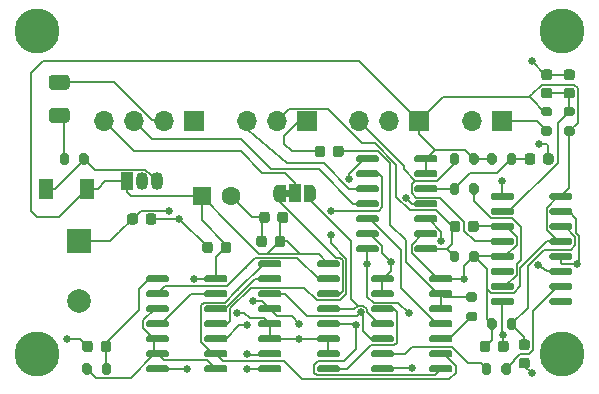
<source format=gtl>
G04 #@! TF.GenerationSoftware,KiCad,Pcbnew,(5.1.10-1-10_14)*
G04 #@! TF.CreationDate,2021-10-20T08:46:01-07:00*
G04 #@! TF.ProjectId,qiroll PAS digital logic,7169726f-6c6c-4205-9041-532064696769,rev?*
G04 #@! TF.SameCoordinates,Original*
G04 #@! TF.FileFunction,Copper,L1,Top*
G04 #@! TF.FilePolarity,Positive*
%FSLAX46Y46*%
G04 Gerber Fmt 4.6, Leading zero omitted, Abs format (unit mm)*
G04 Created by KiCad (PCBNEW (5.1.10-1-10_14)) date 2021-10-20 08:46:01*
%MOMM*%
%LPD*%
G01*
G04 APERTURE LIST*
G04 #@! TA.AperFunction,EtchedComponent*
%ADD10C,0.100000*%
G04 #@! TD*
G04 #@! TA.AperFunction,SMDPad,CuDef*
%ADD11C,0.100000*%
G04 #@! TD*
G04 #@! TA.AperFunction,SMDPad,CuDef*
%ADD12R,1.000000X1.500000*%
G04 #@! TD*
G04 #@! TA.AperFunction,ComponentPad*
%ADD13O,1.700000X1.700000*%
G04 #@! TD*
G04 #@! TA.AperFunction,ComponentPad*
%ADD14R,1.700000X1.700000*%
G04 #@! TD*
G04 #@! TA.AperFunction,SMDPad,CuDef*
%ADD15R,1.300000X1.700000*%
G04 #@! TD*
G04 #@! TA.AperFunction,ComponentPad*
%ADD16C,1.600000*%
G04 #@! TD*
G04 #@! TA.AperFunction,ComponentPad*
%ADD17R,1.600000X1.600000*%
G04 #@! TD*
G04 #@! TA.AperFunction,ComponentPad*
%ADD18C,3.800000*%
G04 #@! TD*
G04 #@! TA.AperFunction,ComponentPad*
%ADD19R,1.050000X1.500000*%
G04 #@! TD*
G04 #@! TA.AperFunction,ComponentPad*
%ADD20O,1.050000X1.500000*%
G04 #@! TD*
G04 #@! TA.AperFunction,ComponentPad*
%ADD21C,2.000000*%
G04 #@! TD*
G04 #@! TA.AperFunction,ComponentPad*
%ADD22R,2.000000X2.000000*%
G04 #@! TD*
G04 #@! TA.AperFunction,ViaPad*
%ADD23C,0.650000*%
G04 #@! TD*
G04 #@! TA.AperFunction,Conductor*
%ADD24C,0.150000*%
G04 #@! TD*
G04 APERTURE END LIST*
D10*
G04 #@! TO.C,JP1*
G36*
X135244000Y-109936000D02*
G01*
X135744000Y-109936000D01*
X135744000Y-110536000D01*
X135244000Y-110536000D01*
X135244000Y-109936000D01*
G37*
G04 #@! TD*
G04 #@! TO.P,C15,2*
G04 #@! TO.N,GND*
G04 #@! TA.AperFunction,SMDPad,CuDef*
G36*
G01*
X133787000Y-114050000D02*
X133787000Y-114550000D01*
G75*
G02*
X133562000Y-114775000I-225000J0D01*
G01*
X133112000Y-114775000D01*
G75*
G02*
X132887000Y-114550000I0J225000D01*
G01*
X132887000Y-114050000D01*
G75*
G02*
X133112000Y-113825000I225000J0D01*
G01*
X133562000Y-113825000D01*
G75*
G02*
X133787000Y-114050000I0J-225000D01*
G01*
G37*
G04 #@! TD.AperFunction*
G04 #@! TO.P,C15,1*
G04 #@! TO.N,VDD*
G04 #@! TA.AperFunction,SMDPad,CuDef*
G36*
G01*
X135337000Y-114050000D02*
X135337000Y-114550000D01*
G75*
G02*
X135112000Y-114775000I-225000J0D01*
G01*
X134662000Y-114775000D01*
G75*
G02*
X134437000Y-114550000I0J225000D01*
G01*
X134437000Y-114050000D01*
G75*
G02*
X134662000Y-113825000I225000J0D01*
G01*
X135112000Y-113825000D01*
G75*
G02*
X135337000Y-114050000I0J-225000D01*
G01*
G37*
G04 #@! TD.AperFunction*
G04 #@! TD*
G04 #@! TA.AperFunction,SMDPad,CuDef*
D11*
G04 #@! TO.P,JP1,1*
G04 #@! TO.N,Net-(JP1-Pad1)*
G36*
X135394000Y-110986000D02*
G01*
X134844000Y-110986000D01*
X134844000Y-110985398D01*
X134819466Y-110985398D01*
X134770635Y-110980588D01*
X134722510Y-110971016D01*
X134675555Y-110956772D01*
X134630222Y-110937995D01*
X134586949Y-110914864D01*
X134546150Y-110887604D01*
X134508221Y-110856476D01*
X134473524Y-110821779D01*
X134442396Y-110783850D01*
X134415136Y-110743051D01*
X134392005Y-110699778D01*
X134373228Y-110654445D01*
X134358984Y-110607490D01*
X134349412Y-110559365D01*
X134344602Y-110510534D01*
X134344602Y-110486000D01*
X134344000Y-110486000D01*
X134344000Y-109986000D01*
X134344602Y-109986000D01*
X134344602Y-109961466D01*
X134349412Y-109912635D01*
X134358984Y-109864510D01*
X134373228Y-109817555D01*
X134392005Y-109772222D01*
X134415136Y-109728949D01*
X134442396Y-109688150D01*
X134473524Y-109650221D01*
X134508221Y-109615524D01*
X134546150Y-109584396D01*
X134586949Y-109557136D01*
X134630222Y-109534005D01*
X134675555Y-109515228D01*
X134722510Y-109500984D01*
X134770635Y-109491412D01*
X134819466Y-109486602D01*
X134844000Y-109486602D01*
X134844000Y-109486000D01*
X135394000Y-109486000D01*
X135394000Y-110986000D01*
G37*
G04 #@! TD.AperFunction*
D12*
G04 #@! TO.P,JP1,2*
G04 #@! TO.N,Net-(J4-Pad4)*
X136144000Y-110236000D03*
G04 #@! TA.AperFunction,SMDPad,CuDef*
D11*
G04 #@! TO.P,JP1,3*
G04 #@! TO.N,Net-(JP1-Pad3)*
G36*
X137444000Y-109486602D02*
G01*
X137468534Y-109486602D01*
X137517365Y-109491412D01*
X137565490Y-109500984D01*
X137612445Y-109515228D01*
X137657778Y-109534005D01*
X137701051Y-109557136D01*
X137741850Y-109584396D01*
X137779779Y-109615524D01*
X137814476Y-109650221D01*
X137845604Y-109688150D01*
X137872864Y-109728949D01*
X137895995Y-109772222D01*
X137914772Y-109817555D01*
X137929016Y-109864510D01*
X137938588Y-109912635D01*
X137943398Y-109961466D01*
X137943398Y-109986000D01*
X137944000Y-109986000D01*
X137944000Y-110486000D01*
X137943398Y-110486000D01*
X137943398Y-110510534D01*
X137938588Y-110559365D01*
X137929016Y-110607490D01*
X137914772Y-110654445D01*
X137895995Y-110699778D01*
X137872864Y-110743051D01*
X137845604Y-110783850D01*
X137814476Y-110821779D01*
X137779779Y-110856476D01*
X137741850Y-110887604D01*
X137701051Y-110914864D01*
X137657778Y-110937995D01*
X137612445Y-110956772D01*
X137565490Y-110971016D01*
X137517365Y-110980588D01*
X137468534Y-110985398D01*
X137444000Y-110985398D01*
X137444000Y-110986000D01*
X136894000Y-110986000D01*
X136894000Y-109486000D01*
X137444000Y-109486000D01*
X137444000Y-109486602D01*
G37*
G04 #@! TD.AperFunction*
G04 #@! TD*
G04 #@! TO.P,C14,2*
G04 #@! TO.N,GND*
G04 #@! TA.AperFunction,SMDPad,CuDef*
G36*
G01*
X134028000Y-112018000D02*
X134028000Y-112518000D01*
G75*
G02*
X133803000Y-112743000I-225000J0D01*
G01*
X133353000Y-112743000D01*
G75*
G02*
X133128000Y-112518000I0J225000D01*
G01*
X133128000Y-112018000D01*
G75*
G02*
X133353000Y-111793000I225000J0D01*
G01*
X133803000Y-111793000D01*
G75*
G02*
X134028000Y-112018000I0J-225000D01*
G01*
G37*
G04 #@! TD.AperFunction*
G04 #@! TO.P,C14,1*
G04 #@! TO.N,VDD*
G04 #@! TA.AperFunction,SMDPad,CuDef*
G36*
G01*
X135578000Y-112018000D02*
X135578000Y-112518000D01*
G75*
G02*
X135353000Y-112743000I-225000J0D01*
G01*
X134903000Y-112743000D01*
G75*
G02*
X134678000Y-112518000I0J225000D01*
G01*
X134678000Y-112018000D01*
G75*
G02*
X134903000Y-111793000I225000J0D01*
G01*
X135353000Y-111793000D01*
G75*
G02*
X135578000Y-112018000I0J-225000D01*
G01*
G37*
G04 #@! TD.AperFunction*
G04 #@! TD*
D13*
G04 #@! TO.P,J4,4*
G04 #@! TO.N,Net-(J4-Pad4)*
X120015000Y-104140000D03*
G04 #@! TO.P,J4,3*
G04 #@! TO.N,Net-(J4-Pad3)*
X122555000Y-104140000D03*
G04 #@! TO.P,J4,2*
G04 #@! TO.N,Net-(F1-Pad2)*
X125095000Y-104140000D03*
D14*
G04 #@! TO.P,J4,1*
G04 #@! TO.N,GND*
X127635000Y-104140000D03*
G04 #@! TD*
G04 #@! TO.P,R11,2*
G04 #@! TO.N,Net-(R11-Pad2)*
G04 #@! TA.AperFunction,SMDPad,CuDef*
G36*
G01*
X153650000Y-125370000D02*
X153650000Y-124820000D01*
G75*
G02*
X153850000Y-124620000I200000J0D01*
G01*
X154250000Y-124620000D01*
G75*
G02*
X154450000Y-124820000I0J-200000D01*
G01*
X154450000Y-125370000D01*
G75*
G02*
X154250000Y-125570000I-200000J0D01*
G01*
X153850000Y-125570000D01*
G75*
G02*
X153650000Y-125370000I0J200000D01*
G01*
G37*
G04 #@! TD.AperFunction*
G04 #@! TO.P,R11,1*
G04 #@! TO.N,Net-(R11-Pad1)*
G04 #@! TA.AperFunction,SMDPad,CuDef*
G36*
G01*
X152000000Y-125370000D02*
X152000000Y-124820000D01*
G75*
G02*
X152200000Y-124620000I200000J0D01*
G01*
X152600000Y-124620000D01*
G75*
G02*
X152800000Y-124820000I0J-200000D01*
G01*
X152800000Y-125370000D01*
G75*
G02*
X152600000Y-125570000I-200000J0D01*
G01*
X152200000Y-125570000D01*
G75*
G02*
X152000000Y-125370000I0J200000D01*
G01*
G37*
G04 #@! TD.AperFunction*
G04 #@! TD*
G04 #@! TO.P,R10,2*
G04 #@! TO.N,Net-(C9-Pad1)*
G04 #@! TA.AperFunction,SMDPad,CuDef*
G36*
G01*
X150070000Y-109580000D02*
X150070000Y-110130000D01*
G75*
G02*
X149870000Y-110330000I-200000J0D01*
G01*
X149470000Y-110330000D01*
G75*
G02*
X149270000Y-110130000I0J200000D01*
G01*
X149270000Y-109580000D01*
G75*
G02*
X149470000Y-109380000I200000J0D01*
G01*
X149870000Y-109380000D01*
G75*
G02*
X150070000Y-109580000I0J-200000D01*
G01*
G37*
G04 #@! TD.AperFunction*
G04 #@! TO.P,R10,1*
G04 #@! TO.N,Net-(R10-Pad1)*
G04 #@! TA.AperFunction,SMDPad,CuDef*
G36*
G01*
X151720000Y-109580000D02*
X151720000Y-110130000D01*
G75*
G02*
X151520000Y-110330000I-200000J0D01*
G01*
X151120000Y-110330000D01*
G75*
G02*
X150920000Y-110130000I0J200000D01*
G01*
X150920000Y-109580000D01*
G75*
G02*
X151120000Y-109380000I200000J0D01*
G01*
X151520000Y-109380000D01*
G75*
G02*
X151720000Y-109580000I0J-200000D01*
G01*
G37*
G04 #@! TD.AperFunction*
G04 #@! TD*
G04 #@! TO.P,R9,2*
G04 #@! TO.N,Net-(C9-Pad1)*
G04 #@! TA.AperFunction,SMDPad,CuDef*
G36*
G01*
X154095000Y-107590000D02*
X154095000Y-107040000D01*
G75*
G02*
X154295000Y-106840000I200000J0D01*
G01*
X154695000Y-106840000D01*
G75*
G02*
X154895000Y-107040000I0J-200000D01*
G01*
X154895000Y-107590000D01*
G75*
G02*
X154695000Y-107790000I-200000J0D01*
G01*
X154295000Y-107790000D01*
G75*
G02*
X154095000Y-107590000I0J200000D01*
G01*
G37*
G04 #@! TD.AperFunction*
G04 #@! TO.P,R9,1*
G04 #@! TO.N,VDD*
G04 #@! TA.AperFunction,SMDPad,CuDef*
G36*
G01*
X152445000Y-107590000D02*
X152445000Y-107040000D01*
G75*
G02*
X152645000Y-106840000I200000J0D01*
G01*
X153045000Y-106840000D01*
G75*
G02*
X153245000Y-107040000I0J-200000D01*
G01*
X153245000Y-107590000D01*
G75*
G02*
X153045000Y-107790000I-200000J0D01*
G01*
X152645000Y-107790000D01*
G75*
G02*
X152445000Y-107590000I0J200000D01*
G01*
G37*
G04 #@! TD.AperFunction*
G04 #@! TD*
G04 #@! TO.P,R8,2*
G04 #@! TO.N,Net-(C5-Pad1)*
G04 #@! TA.AperFunction,SMDPad,CuDef*
G36*
G01*
X159660000Y-103715000D02*
X159110000Y-103715000D01*
G75*
G02*
X158910000Y-103515000I0J200000D01*
G01*
X158910000Y-103115000D01*
G75*
G02*
X159110000Y-102915000I200000J0D01*
G01*
X159660000Y-102915000D01*
G75*
G02*
X159860000Y-103115000I0J-200000D01*
G01*
X159860000Y-103515000D01*
G75*
G02*
X159660000Y-103715000I-200000J0D01*
G01*
G37*
G04 #@! TD.AperFunction*
G04 #@! TO.P,R8,1*
G04 #@! TO.N,VDD*
G04 #@! TA.AperFunction,SMDPad,CuDef*
G36*
G01*
X159660000Y-105365000D02*
X159110000Y-105365000D01*
G75*
G02*
X158910000Y-105165000I0J200000D01*
G01*
X158910000Y-104765000D01*
G75*
G02*
X159110000Y-104565000I200000J0D01*
G01*
X159660000Y-104565000D01*
G75*
G02*
X159860000Y-104765000I0J-200000D01*
G01*
X159860000Y-105165000D01*
G75*
G02*
X159660000Y-105365000I-200000J0D01*
G01*
G37*
G04 #@! TD.AperFunction*
G04 #@! TD*
G04 #@! TO.P,R6,2*
G04 #@! TO.N,Net-(C8-Pad1)*
G04 #@! TA.AperFunction,SMDPad,CuDef*
G36*
G01*
X154095000Y-121560000D02*
X154095000Y-121010000D01*
G75*
G02*
X154295000Y-120810000I200000J0D01*
G01*
X154695000Y-120810000D01*
G75*
G02*
X154895000Y-121010000I0J-200000D01*
G01*
X154895000Y-121560000D01*
G75*
G02*
X154695000Y-121760000I-200000J0D01*
G01*
X154295000Y-121760000D01*
G75*
G02*
X154095000Y-121560000I0J200000D01*
G01*
G37*
G04 #@! TD.AperFunction*
G04 #@! TO.P,R6,1*
G04 #@! TO.N,VDD*
G04 #@! TA.AperFunction,SMDPad,CuDef*
G36*
G01*
X152445000Y-121560000D02*
X152445000Y-121010000D01*
G75*
G02*
X152645000Y-120810000I200000J0D01*
G01*
X153045000Y-120810000D01*
G75*
G02*
X153245000Y-121010000I0J-200000D01*
G01*
X153245000Y-121560000D01*
G75*
G02*
X153045000Y-121760000I-200000J0D01*
G01*
X152645000Y-121760000D01*
G75*
G02*
X152445000Y-121560000I0J200000D01*
G01*
G37*
G04 #@! TD.AperFunction*
G04 #@! TD*
G04 #@! TO.P,R5,2*
G04 #@! TO.N,Net-(J5-Pad3)*
G04 #@! TA.AperFunction,SMDPad,CuDef*
G36*
G01*
X150070000Y-107040000D02*
X150070000Y-107590000D01*
G75*
G02*
X149870000Y-107790000I-200000J0D01*
G01*
X149470000Y-107790000D01*
G75*
G02*
X149270000Y-107590000I0J200000D01*
G01*
X149270000Y-107040000D01*
G75*
G02*
X149470000Y-106840000I200000J0D01*
G01*
X149870000Y-106840000D01*
G75*
G02*
X150070000Y-107040000I0J-200000D01*
G01*
G37*
G04 #@! TD.AperFunction*
G04 #@! TO.P,R5,1*
G04 #@! TO.N,VDD*
G04 #@! TA.AperFunction,SMDPad,CuDef*
G36*
G01*
X151720000Y-107040000D02*
X151720000Y-107590000D01*
G75*
G02*
X151520000Y-107790000I-200000J0D01*
G01*
X151120000Y-107790000D01*
G75*
G02*
X150920000Y-107590000I0J200000D01*
G01*
X150920000Y-107040000D01*
G75*
G02*
X151120000Y-106840000I200000J0D01*
G01*
X151520000Y-106840000D01*
G75*
G02*
X151720000Y-107040000I0J-200000D01*
G01*
G37*
G04 #@! TD.AperFunction*
G04 #@! TD*
G04 #@! TO.P,R4,2*
G04 #@! TO.N,Net-(R4-Pad2)*
G04 #@! TA.AperFunction,SMDPad,CuDef*
G36*
G01*
X150855000Y-120250000D02*
X151405000Y-120250000D01*
G75*
G02*
X151605000Y-120450000I0J-200000D01*
G01*
X151605000Y-120850000D01*
G75*
G02*
X151405000Y-121050000I-200000J0D01*
G01*
X150855000Y-121050000D01*
G75*
G02*
X150655000Y-120850000I0J200000D01*
G01*
X150655000Y-120450000D01*
G75*
G02*
X150855000Y-120250000I200000J0D01*
G01*
G37*
G04 #@! TD.AperFunction*
G04 #@! TO.P,R4,1*
G04 #@! TO.N,Net-(C3-Pad2)*
G04 #@! TA.AperFunction,SMDPad,CuDef*
G36*
G01*
X150855000Y-118600000D02*
X151405000Y-118600000D01*
G75*
G02*
X151605000Y-118800000I0J-200000D01*
G01*
X151605000Y-119200000D01*
G75*
G02*
X151405000Y-119400000I-200000J0D01*
G01*
X150855000Y-119400000D01*
G75*
G02*
X150655000Y-119200000I0J200000D01*
G01*
X150655000Y-118800000D01*
G75*
G02*
X150855000Y-118600000I200000J0D01*
G01*
G37*
G04 #@! TD.AperFunction*
G04 #@! TD*
G04 #@! TO.P,R3,2*
G04 #@! TO.N,Net-(C2-Pad2)*
G04 #@! TA.AperFunction,SMDPad,CuDef*
G36*
G01*
X150070000Y-115295000D02*
X150070000Y-115845000D01*
G75*
G02*
X149870000Y-116045000I-200000J0D01*
G01*
X149470000Y-116045000D01*
G75*
G02*
X149270000Y-115845000I0J200000D01*
G01*
X149270000Y-115295000D01*
G75*
G02*
X149470000Y-115095000I200000J0D01*
G01*
X149870000Y-115095000D01*
G75*
G02*
X150070000Y-115295000I0J-200000D01*
G01*
G37*
G04 #@! TD.AperFunction*
G04 #@! TO.P,R3,1*
G04 #@! TO.N,VDD*
G04 #@! TA.AperFunction,SMDPad,CuDef*
G36*
G01*
X151720000Y-115295000D02*
X151720000Y-115845000D01*
G75*
G02*
X151520000Y-116045000I-200000J0D01*
G01*
X151120000Y-116045000D01*
G75*
G02*
X150920000Y-115845000I0J200000D01*
G01*
X150920000Y-115295000D01*
G75*
G02*
X151120000Y-115095000I200000J0D01*
G01*
X151520000Y-115095000D01*
G75*
G02*
X151720000Y-115295000I0J-200000D01*
G01*
G37*
G04 #@! TD.AperFunction*
G04 #@! TD*
G04 #@! TO.P,R2,2*
G04 #@! TO.N,VDD*
G04 #@! TA.AperFunction,SMDPad,CuDef*
G36*
G01*
X157755000Y-103715000D02*
X157205000Y-103715000D01*
G75*
G02*
X157005000Y-103515000I0J200000D01*
G01*
X157005000Y-103115000D01*
G75*
G02*
X157205000Y-102915000I200000J0D01*
G01*
X157755000Y-102915000D01*
G75*
G02*
X157955000Y-103115000I0J-200000D01*
G01*
X157955000Y-103515000D01*
G75*
G02*
X157755000Y-103715000I-200000J0D01*
G01*
G37*
G04 #@! TD.AperFunction*
G04 #@! TO.P,R2,1*
G04 #@! TO.N,Net-(J1-Pad1)*
G04 #@! TA.AperFunction,SMDPad,CuDef*
G36*
G01*
X157755000Y-105365000D02*
X157205000Y-105365000D01*
G75*
G02*
X157005000Y-105165000I0J200000D01*
G01*
X157005000Y-104765000D01*
G75*
G02*
X157205000Y-104565000I200000J0D01*
G01*
X157755000Y-104565000D01*
G75*
G02*
X157955000Y-104765000I0J-200000D01*
G01*
X157955000Y-105165000D01*
G75*
G02*
X157755000Y-105365000I-200000J0D01*
G01*
G37*
G04 #@! TD.AperFunction*
G04 #@! TD*
G04 #@! TO.P,R1,2*
G04 #@! TO.N,Net-(C1-Pad1)*
G04 #@! TA.AperFunction,SMDPad,CuDef*
G36*
G01*
X119805000Y-125370000D02*
X119805000Y-124820000D01*
G75*
G02*
X120005000Y-124620000I200000J0D01*
G01*
X120405000Y-124620000D01*
G75*
G02*
X120605000Y-124820000I0J-200000D01*
G01*
X120605000Y-125370000D01*
G75*
G02*
X120405000Y-125570000I-200000J0D01*
G01*
X120005000Y-125570000D01*
G75*
G02*
X119805000Y-125370000I0J200000D01*
G01*
G37*
G04 #@! TD.AperFunction*
G04 #@! TO.P,R1,1*
G04 #@! TO.N,Net-(R1-Pad1)*
G04 #@! TA.AperFunction,SMDPad,CuDef*
G36*
G01*
X118155000Y-125370000D02*
X118155000Y-124820000D01*
G75*
G02*
X118355000Y-124620000I200000J0D01*
G01*
X118755000Y-124620000D01*
G75*
G02*
X118955000Y-124820000I0J-200000D01*
G01*
X118955000Y-125370000D01*
G75*
G02*
X118755000Y-125570000I-200000J0D01*
G01*
X118355000Y-125570000D01*
G75*
G02*
X118155000Y-125370000I0J200000D01*
G01*
G37*
G04 #@! TD.AperFunction*
G04 #@! TD*
G04 #@! TO.P,C9,2*
G04 #@! TO.N,GND*
G04 #@! TA.AperFunction,SMDPad,CuDef*
G36*
G01*
X157170000Y-107565000D02*
X157170000Y-107065000D01*
G75*
G02*
X157395000Y-106840000I225000J0D01*
G01*
X157845000Y-106840000D01*
G75*
G02*
X158070000Y-107065000I0J-225000D01*
G01*
X158070000Y-107565000D01*
G75*
G02*
X157845000Y-107790000I-225000J0D01*
G01*
X157395000Y-107790000D01*
G75*
G02*
X157170000Y-107565000I0J225000D01*
G01*
G37*
G04 #@! TD.AperFunction*
G04 #@! TO.P,C9,1*
G04 #@! TO.N,Net-(C9-Pad1)*
G04 #@! TA.AperFunction,SMDPad,CuDef*
G36*
G01*
X155620000Y-107565000D02*
X155620000Y-107065000D01*
G75*
G02*
X155845000Y-106840000I225000J0D01*
G01*
X156295000Y-106840000D01*
G75*
G02*
X156520000Y-107065000I0J-225000D01*
G01*
X156520000Y-107565000D01*
G75*
G02*
X156295000Y-107790000I-225000J0D01*
G01*
X155845000Y-107790000D01*
G75*
G02*
X155620000Y-107565000I0J225000D01*
G01*
G37*
G04 #@! TD.AperFunction*
G04 #@! TD*
G04 #@! TO.P,C8,2*
G04 #@! TO.N,GND*
G04 #@! TA.AperFunction,SMDPad,CuDef*
G36*
G01*
X155325000Y-124150000D02*
X155825000Y-124150000D01*
G75*
G02*
X156050000Y-124375000I0J-225000D01*
G01*
X156050000Y-124825000D01*
G75*
G02*
X155825000Y-125050000I-225000J0D01*
G01*
X155325000Y-125050000D01*
G75*
G02*
X155100000Y-124825000I0J225000D01*
G01*
X155100000Y-124375000D01*
G75*
G02*
X155325000Y-124150000I225000J0D01*
G01*
G37*
G04 #@! TD.AperFunction*
G04 #@! TO.P,C8,1*
G04 #@! TO.N,Net-(C8-Pad1)*
G04 #@! TA.AperFunction,SMDPad,CuDef*
G36*
G01*
X155325000Y-122600000D02*
X155825000Y-122600000D01*
G75*
G02*
X156050000Y-122825000I0J-225000D01*
G01*
X156050000Y-123275000D01*
G75*
G02*
X155825000Y-123500000I-225000J0D01*
G01*
X155325000Y-123500000D01*
G75*
G02*
X155100000Y-123275000I0J225000D01*
G01*
X155100000Y-122825000D01*
G75*
G02*
X155325000Y-122600000I225000J0D01*
G01*
G37*
G04 #@! TD.AperFunction*
G04 #@! TD*
G04 #@! TO.P,C6,2*
G04 #@! TO.N,GND*
G04 #@! TA.AperFunction,SMDPad,CuDef*
G36*
G01*
X159635000Y-100640000D02*
X159135000Y-100640000D01*
G75*
G02*
X158910000Y-100415000I0J225000D01*
G01*
X158910000Y-99965000D01*
G75*
G02*
X159135000Y-99740000I225000J0D01*
G01*
X159635000Y-99740000D01*
G75*
G02*
X159860000Y-99965000I0J-225000D01*
G01*
X159860000Y-100415000D01*
G75*
G02*
X159635000Y-100640000I-225000J0D01*
G01*
G37*
G04 #@! TD.AperFunction*
G04 #@! TO.P,C6,1*
G04 #@! TO.N,Net-(C5-Pad1)*
G04 #@! TA.AperFunction,SMDPad,CuDef*
G36*
G01*
X159635000Y-102190000D02*
X159135000Y-102190000D01*
G75*
G02*
X158910000Y-101965000I0J225000D01*
G01*
X158910000Y-101515000D01*
G75*
G02*
X159135000Y-101290000I225000J0D01*
G01*
X159635000Y-101290000D01*
G75*
G02*
X159860000Y-101515000I0J-225000D01*
G01*
X159860000Y-101965000D01*
G75*
G02*
X159635000Y-102190000I-225000J0D01*
G01*
G37*
G04 #@! TD.AperFunction*
G04 #@! TD*
G04 #@! TO.P,C5,2*
G04 #@! TO.N,GND*
G04 #@! TA.AperFunction,SMDPad,CuDef*
G36*
G01*
X157730000Y-100640000D02*
X157230000Y-100640000D01*
G75*
G02*
X157005000Y-100415000I0J225000D01*
G01*
X157005000Y-99965000D01*
G75*
G02*
X157230000Y-99740000I225000J0D01*
G01*
X157730000Y-99740000D01*
G75*
G02*
X157955000Y-99965000I0J-225000D01*
G01*
X157955000Y-100415000D01*
G75*
G02*
X157730000Y-100640000I-225000J0D01*
G01*
G37*
G04 #@! TD.AperFunction*
G04 #@! TO.P,C5,1*
G04 #@! TO.N,Net-(C5-Pad1)*
G04 #@! TA.AperFunction,SMDPad,CuDef*
G36*
G01*
X157730000Y-102190000D02*
X157230000Y-102190000D01*
G75*
G02*
X157005000Y-101965000I0J225000D01*
G01*
X157005000Y-101515000D01*
G75*
G02*
X157230000Y-101290000I225000J0D01*
G01*
X157730000Y-101290000D01*
G75*
G02*
X157955000Y-101515000I0J-225000D01*
G01*
X157955000Y-101965000D01*
G75*
G02*
X157730000Y-102190000I-225000J0D01*
G01*
G37*
G04 #@! TD.AperFunction*
G04 #@! TD*
G04 #@! TO.P,C4,2*
G04 #@! TO.N,VDD*
G04 #@! TA.AperFunction,SMDPad,CuDef*
G36*
G01*
X152710000Y-122940000D02*
X152710000Y-123440000D01*
G75*
G02*
X152485000Y-123665000I-225000J0D01*
G01*
X152035000Y-123665000D01*
G75*
G02*
X151810000Y-123440000I0J225000D01*
G01*
X151810000Y-122940000D01*
G75*
G02*
X152035000Y-122715000I225000J0D01*
G01*
X152485000Y-122715000D01*
G75*
G02*
X152710000Y-122940000I0J-225000D01*
G01*
G37*
G04 #@! TD.AperFunction*
G04 #@! TO.P,C4,1*
G04 #@! TO.N,GND*
G04 #@! TA.AperFunction,SMDPad,CuDef*
G36*
G01*
X154260000Y-122940000D02*
X154260000Y-123440000D01*
G75*
G02*
X154035000Y-123665000I-225000J0D01*
G01*
X153585000Y-123665000D01*
G75*
G02*
X153360000Y-123440000I0J225000D01*
G01*
X153360000Y-122940000D01*
G75*
G02*
X153585000Y-122715000I225000J0D01*
G01*
X154035000Y-122715000D01*
G75*
G02*
X154260000Y-122940000I0J-225000D01*
G01*
G37*
G04 #@! TD.AperFunction*
G04 #@! TD*
G04 #@! TO.P,C3,2*
G04 #@! TO.N,Net-(C3-Pad2)*
G04 #@! TA.AperFunction,SMDPad,CuDef*
G36*
G01*
X139390000Y-106930000D02*
X139390000Y-106430000D01*
G75*
G02*
X139615000Y-106205000I225000J0D01*
G01*
X140065000Y-106205000D01*
G75*
G02*
X140290000Y-106430000I0J-225000D01*
G01*
X140290000Y-106930000D01*
G75*
G02*
X140065000Y-107155000I-225000J0D01*
G01*
X139615000Y-107155000D01*
G75*
G02*
X139390000Y-106930000I0J225000D01*
G01*
G37*
G04 #@! TD.AperFunction*
G04 #@! TO.P,C3,1*
G04 #@! TO.N,GND*
G04 #@! TA.AperFunction,SMDPad,CuDef*
G36*
G01*
X137840000Y-106930000D02*
X137840000Y-106430000D01*
G75*
G02*
X138065000Y-106205000I225000J0D01*
G01*
X138515000Y-106205000D01*
G75*
G02*
X138740000Y-106430000I0J-225000D01*
G01*
X138740000Y-106930000D01*
G75*
G02*
X138515000Y-107155000I-225000J0D01*
G01*
X138065000Y-107155000D01*
G75*
G02*
X137840000Y-106930000I0J225000D01*
G01*
G37*
G04 #@! TD.AperFunction*
G04 #@! TD*
G04 #@! TO.P,C2,2*
G04 #@! TO.N,Net-(C2-Pad2)*
G04 #@! TA.AperFunction,SMDPad,CuDef*
G36*
G01*
X150170000Y-112780000D02*
X150170000Y-113280000D01*
G75*
G02*
X149945000Y-113505000I-225000J0D01*
G01*
X149495000Y-113505000D01*
G75*
G02*
X149270000Y-113280000I0J225000D01*
G01*
X149270000Y-112780000D01*
G75*
G02*
X149495000Y-112555000I225000J0D01*
G01*
X149945000Y-112555000D01*
G75*
G02*
X150170000Y-112780000I0J-225000D01*
G01*
G37*
G04 #@! TD.AperFunction*
G04 #@! TO.P,C2,1*
G04 #@! TO.N,VDD*
G04 #@! TA.AperFunction,SMDPad,CuDef*
G36*
G01*
X151720000Y-112780000D02*
X151720000Y-113280000D01*
G75*
G02*
X151495000Y-113505000I-225000J0D01*
G01*
X151045000Y-113505000D01*
G75*
G02*
X150820000Y-113280000I0J225000D01*
G01*
X150820000Y-112780000D01*
G75*
G02*
X151045000Y-112555000I225000J0D01*
G01*
X151495000Y-112555000D01*
G75*
G02*
X151720000Y-112780000I0J-225000D01*
G01*
G37*
G04 #@! TD.AperFunction*
G04 #@! TD*
G04 #@! TO.P,C1,2*
G04 #@! TO.N,GND*
G04 #@! TA.AperFunction,SMDPad,CuDef*
G36*
G01*
X119055000Y-122940000D02*
X119055000Y-123440000D01*
G75*
G02*
X118830000Y-123665000I-225000J0D01*
G01*
X118380000Y-123665000D01*
G75*
G02*
X118155000Y-123440000I0J225000D01*
G01*
X118155000Y-122940000D01*
G75*
G02*
X118380000Y-122715000I225000J0D01*
G01*
X118830000Y-122715000D01*
G75*
G02*
X119055000Y-122940000I0J-225000D01*
G01*
G37*
G04 #@! TD.AperFunction*
G04 #@! TO.P,C1,1*
G04 #@! TO.N,Net-(C1-Pad1)*
G04 #@! TA.AperFunction,SMDPad,CuDef*
G36*
G01*
X120605000Y-122940000D02*
X120605000Y-123440000D01*
G75*
G02*
X120380000Y-123665000I-225000J0D01*
G01*
X119930000Y-123665000D01*
G75*
G02*
X119705000Y-123440000I0J225000D01*
G01*
X119705000Y-122940000D01*
G75*
G02*
X119930000Y-122715000I225000J0D01*
G01*
X120380000Y-122715000D01*
G75*
G02*
X120605000Y-122940000I0J-225000D01*
G01*
G37*
G04 #@! TD.AperFunction*
G04 #@! TD*
D15*
G04 #@! TO.P,D1,2*
G04 #@! TO.N,VDD*
X118590000Y-109855000D03*
G04 #@! TO.P,D1,1*
G04 #@! TO.N,Net-(C10-Pad1)*
X115090000Y-109855000D03*
G04 #@! TD*
G04 #@! TO.P,F1,2*
G04 #@! TO.N,Net-(F1-Pad2)*
G04 #@! TA.AperFunction,SMDPad,CuDef*
G36*
G01*
X116830000Y-101460000D02*
X115580000Y-101460000D01*
G75*
G02*
X115330000Y-101210000I0J250000D01*
G01*
X115330000Y-100460000D01*
G75*
G02*
X115580000Y-100210000I250000J0D01*
G01*
X116830000Y-100210000D01*
G75*
G02*
X117080000Y-100460000I0J-250000D01*
G01*
X117080000Y-101210000D01*
G75*
G02*
X116830000Y-101460000I-250000J0D01*
G01*
G37*
G04 #@! TD.AperFunction*
G04 #@! TO.P,F1,1*
G04 #@! TO.N,Net-(F1-Pad1)*
G04 #@! TA.AperFunction,SMDPad,CuDef*
G36*
G01*
X116830000Y-104260000D02*
X115580000Y-104260000D01*
G75*
G02*
X115330000Y-104010000I0J250000D01*
G01*
X115330000Y-103260000D01*
G75*
G02*
X115580000Y-103010000I250000J0D01*
G01*
X116830000Y-103010000D01*
G75*
G02*
X117080000Y-103260000I0J-250000D01*
G01*
X117080000Y-104010000D01*
G75*
G02*
X116830000Y-104260000I-250000J0D01*
G01*
G37*
G04 #@! TD.AperFunction*
G04 #@! TD*
G04 #@! TO.P,R7,2*
G04 #@! TO.N,Net-(F1-Pad1)*
G04 #@! TA.AperFunction,SMDPad,CuDef*
G36*
G01*
X117050000Y-107040000D02*
X117050000Y-107590000D01*
G75*
G02*
X116850000Y-107790000I-200000J0D01*
G01*
X116450000Y-107790000D01*
G75*
G02*
X116250000Y-107590000I0J200000D01*
G01*
X116250000Y-107040000D01*
G75*
G02*
X116450000Y-106840000I200000J0D01*
G01*
X116850000Y-106840000D01*
G75*
G02*
X117050000Y-107040000I0J-200000D01*
G01*
G37*
G04 #@! TD.AperFunction*
G04 #@! TO.P,R7,1*
G04 #@! TO.N,Net-(C10-Pad1)*
G04 #@! TA.AperFunction,SMDPad,CuDef*
G36*
G01*
X118700000Y-107040000D02*
X118700000Y-107590000D01*
G75*
G02*
X118500000Y-107790000I-200000J0D01*
G01*
X118100000Y-107790000D01*
G75*
G02*
X117900000Y-107590000I0J200000D01*
G01*
X117900000Y-107040000D01*
G75*
G02*
X118100000Y-106840000I200000J0D01*
G01*
X118500000Y-106840000D01*
G75*
G02*
X118700000Y-107040000I0J-200000D01*
G01*
G37*
G04 #@! TD.AperFunction*
G04 #@! TD*
D13*
G04 #@! TO.P,J1,2*
G04 #@! TO.N,GND*
X151130000Y-104140000D03*
D14*
G04 #@! TO.P,J1,1*
G04 #@! TO.N,Net-(J1-Pad1)*
X153670000Y-104140000D03*
G04 #@! TD*
D13*
G04 #@! TO.P,J5,3*
G04 #@! TO.N,Net-(J5-Pad3)*
X141605000Y-104140000D03*
G04 #@! TO.P,J5,2*
G04 #@! TO.N,GND*
X144145000Y-104140000D03*
D14*
G04 #@! TO.P,J5,1*
G04 #@! TO.N,VDD*
X146685000Y-104140000D03*
G04 #@! TD*
D13*
G04 #@! TO.P,J2,3*
G04 #@! TO.N,Net-(J2-Pad3)*
X132080000Y-104140000D03*
G04 #@! TO.P,J2,2*
G04 #@! TO.N,Net-(C2-Pad2)*
X134620000Y-104140000D03*
D14*
G04 #@! TO.P,J2,1*
G04 #@! TO.N,GND*
X137160000Y-104140000D03*
G04 #@! TD*
D16*
G04 #@! TO.P,C12,2*
G04 #@! TO.N,GND*
X130770000Y-110490000D03*
D17*
G04 #@! TO.P,C12,1*
G04 #@! TO.N,VDD*
X128270000Y-110490000D03*
G04 #@! TD*
G04 #@! TO.P,C13,2*
G04 #@! TO.N,GND*
G04 #@! TA.AperFunction,SMDPad,CuDef*
G36*
G01*
X129215000Y-114558000D02*
X129215000Y-115058000D01*
G75*
G02*
X128990000Y-115283000I-225000J0D01*
G01*
X128540000Y-115283000D01*
G75*
G02*
X128315000Y-115058000I0J225000D01*
G01*
X128315000Y-114558000D01*
G75*
G02*
X128540000Y-114333000I225000J0D01*
G01*
X128990000Y-114333000D01*
G75*
G02*
X129215000Y-114558000I0J-225000D01*
G01*
G37*
G04 #@! TD.AperFunction*
G04 #@! TO.P,C13,1*
G04 #@! TO.N,VDD*
G04 #@! TA.AperFunction,SMDPad,CuDef*
G36*
G01*
X130765000Y-114558000D02*
X130765000Y-115058000D01*
G75*
G02*
X130540000Y-115283000I-225000J0D01*
G01*
X130090000Y-115283000D01*
G75*
G02*
X129865000Y-115058000I0J225000D01*
G01*
X129865000Y-114558000D01*
G75*
G02*
X130090000Y-114333000I225000J0D01*
G01*
X130540000Y-114333000D01*
G75*
G02*
X130765000Y-114558000I0J-225000D01*
G01*
G37*
G04 #@! TD.AperFunction*
G04 #@! TD*
G04 #@! TO.P,C11,2*
G04 #@! TO.N,GND*
G04 #@! TA.AperFunction,SMDPad,CuDef*
G36*
G01*
X123515000Y-112645000D02*
X123515000Y-112145000D01*
G75*
G02*
X123740000Y-111920000I225000J0D01*
G01*
X124190000Y-111920000D01*
G75*
G02*
X124415000Y-112145000I0J-225000D01*
G01*
X124415000Y-112645000D01*
G75*
G02*
X124190000Y-112870000I-225000J0D01*
G01*
X123740000Y-112870000D01*
G75*
G02*
X123515000Y-112645000I0J225000D01*
G01*
G37*
G04 #@! TD.AperFunction*
G04 #@! TO.P,C11,1*
G04 #@! TO.N,Net-(C10-Pad1)*
G04 #@! TA.AperFunction,SMDPad,CuDef*
G36*
G01*
X121965000Y-112645000D02*
X121965000Y-112145000D01*
G75*
G02*
X122190000Y-111920000I225000J0D01*
G01*
X122640000Y-111920000D01*
G75*
G02*
X122865000Y-112145000I0J-225000D01*
G01*
X122865000Y-112645000D01*
G75*
G02*
X122640000Y-112870000I-225000J0D01*
G01*
X122190000Y-112870000D01*
G75*
G02*
X121965000Y-112645000I0J225000D01*
G01*
G37*
G04 #@! TD.AperFunction*
G04 #@! TD*
D18*
G04 #@! TO.P,H4,1*
G04 #@! TO.N,GND*
X114300000Y-96520000D03*
G04 #@! TD*
G04 #@! TO.P,H3,1*
G04 #@! TO.N,GND*
X158750000Y-96520000D03*
G04 #@! TD*
D19*
G04 #@! TO.P,U7,1*
G04 #@! TO.N,VDD*
X121920000Y-109220000D03*
D20*
G04 #@! TO.P,U7,3*
G04 #@! TO.N,Net-(C10-Pad1)*
X124460000Y-109220000D03*
G04 #@! TO.P,U7,2*
G04 #@! TO.N,GND*
X123190000Y-109220000D03*
G04 #@! TD*
G04 #@! TO.P,U6,16*
G04 #@! TO.N,VDD*
G04 #@! TA.AperFunction,SMDPad,CuDef*
G36*
G01*
X157710000Y-110640000D02*
X157710000Y-110340000D01*
G75*
G02*
X157860000Y-110190000I150000J0D01*
G01*
X159510000Y-110190000D01*
G75*
G02*
X159660000Y-110340000I0J-150000D01*
G01*
X159660000Y-110640000D01*
G75*
G02*
X159510000Y-110790000I-150000J0D01*
G01*
X157860000Y-110790000D01*
G75*
G02*
X157710000Y-110640000I0J150000D01*
G01*
G37*
G04 #@! TD.AperFunction*
G04 #@! TO.P,U6,15*
G04 #@! TO.N,GND*
G04 #@! TA.AperFunction,SMDPad,CuDef*
G36*
G01*
X157710000Y-111910000D02*
X157710000Y-111610000D01*
G75*
G02*
X157860000Y-111460000I150000J0D01*
G01*
X159510000Y-111460000D01*
G75*
G02*
X159660000Y-111610000I0J-150000D01*
G01*
X159660000Y-111910000D01*
G75*
G02*
X159510000Y-112060000I-150000J0D01*
G01*
X157860000Y-112060000D01*
G75*
G02*
X157710000Y-111910000I0J150000D01*
G01*
G37*
G04 #@! TD.AperFunction*
G04 #@! TO.P,U6,14*
G04 #@! TO.N,Net-(C8-Pad1)*
G04 #@! TA.AperFunction,SMDPad,CuDef*
G36*
G01*
X157710000Y-113180000D02*
X157710000Y-112880000D01*
G75*
G02*
X157860000Y-112730000I150000J0D01*
G01*
X159510000Y-112730000D01*
G75*
G02*
X159660000Y-112880000I0J-150000D01*
G01*
X159660000Y-113180000D01*
G75*
G02*
X159510000Y-113330000I-150000J0D01*
G01*
X157860000Y-113330000D01*
G75*
G02*
X157710000Y-113180000I0J150000D01*
G01*
G37*
G04 #@! TD.AperFunction*
G04 #@! TO.P,U6,13*
G04 #@! TO.N,VDD*
G04 #@! TA.AperFunction,SMDPad,CuDef*
G36*
G01*
X157710000Y-114450000D02*
X157710000Y-114150000D01*
G75*
G02*
X157860000Y-114000000I150000J0D01*
G01*
X159510000Y-114000000D01*
G75*
G02*
X159660000Y-114150000I0J-150000D01*
G01*
X159660000Y-114450000D01*
G75*
G02*
X159510000Y-114600000I-150000J0D01*
G01*
X157860000Y-114600000D01*
G75*
G02*
X157710000Y-114450000I0J150000D01*
G01*
G37*
G04 #@! TD.AperFunction*
G04 #@! TO.P,U6,12*
G04 #@! TO.N,GND*
G04 #@! TA.AperFunction,SMDPad,CuDef*
G36*
G01*
X157710000Y-115720000D02*
X157710000Y-115420000D01*
G75*
G02*
X157860000Y-115270000I150000J0D01*
G01*
X159510000Y-115270000D01*
G75*
G02*
X159660000Y-115420000I0J-150000D01*
G01*
X159660000Y-115720000D01*
G75*
G02*
X159510000Y-115870000I-150000J0D01*
G01*
X157860000Y-115870000D01*
G75*
G02*
X157710000Y-115720000I0J150000D01*
G01*
G37*
G04 #@! TD.AperFunction*
G04 #@! TO.P,U6,11*
G04 #@! TO.N,Net-(U2-Pad3)*
G04 #@! TA.AperFunction,SMDPad,CuDef*
G36*
G01*
X157710000Y-116990000D02*
X157710000Y-116690000D01*
G75*
G02*
X157860000Y-116540000I150000J0D01*
G01*
X159510000Y-116540000D01*
G75*
G02*
X159660000Y-116690000I0J-150000D01*
G01*
X159660000Y-116990000D01*
G75*
G02*
X159510000Y-117140000I-150000J0D01*
G01*
X157860000Y-117140000D01*
G75*
G02*
X157710000Y-116990000I0J150000D01*
G01*
G37*
G04 #@! TD.AperFunction*
G04 #@! TO.P,U6,10*
G04 #@! TO.N,Net-(R11-Pad2)*
G04 #@! TA.AperFunction,SMDPad,CuDef*
G36*
G01*
X157710000Y-118260000D02*
X157710000Y-117960000D01*
G75*
G02*
X157860000Y-117810000I150000J0D01*
G01*
X159510000Y-117810000D01*
G75*
G02*
X159660000Y-117960000I0J-150000D01*
G01*
X159660000Y-118260000D01*
G75*
G02*
X159510000Y-118410000I-150000J0D01*
G01*
X157860000Y-118410000D01*
G75*
G02*
X157710000Y-118260000I0J150000D01*
G01*
G37*
G04 #@! TD.AperFunction*
G04 #@! TO.P,U6,9*
G04 #@! TO.N,Net-(U6-Pad9)*
G04 #@! TA.AperFunction,SMDPad,CuDef*
G36*
G01*
X157710000Y-119530000D02*
X157710000Y-119230000D01*
G75*
G02*
X157860000Y-119080000I150000J0D01*
G01*
X159510000Y-119080000D01*
G75*
G02*
X159660000Y-119230000I0J-150000D01*
G01*
X159660000Y-119530000D01*
G75*
G02*
X159510000Y-119680000I-150000J0D01*
G01*
X157860000Y-119680000D01*
G75*
G02*
X157710000Y-119530000I0J150000D01*
G01*
G37*
G04 #@! TD.AperFunction*
G04 #@! TO.P,U6,8*
G04 #@! TO.N,GND*
G04 #@! TA.AperFunction,SMDPad,CuDef*
G36*
G01*
X152760000Y-119530000D02*
X152760000Y-119230000D01*
G75*
G02*
X152910000Y-119080000I150000J0D01*
G01*
X154560000Y-119080000D01*
G75*
G02*
X154710000Y-119230000I0J-150000D01*
G01*
X154710000Y-119530000D01*
G75*
G02*
X154560000Y-119680000I-150000J0D01*
G01*
X152910000Y-119680000D01*
G75*
G02*
X152760000Y-119530000I0J150000D01*
G01*
G37*
G04 #@! TD.AperFunction*
G04 #@! TO.P,U6,7*
G04 #@! TO.N,Net-(R10-Pad1)*
G04 #@! TA.AperFunction,SMDPad,CuDef*
G36*
G01*
X152760000Y-118260000D02*
X152760000Y-117960000D01*
G75*
G02*
X152910000Y-117810000I150000J0D01*
G01*
X154560000Y-117810000D01*
G75*
G02*
X154710000Y-117960000I0J-150000D01*
G01*
X154710000Y-118260000D01*
G75*
G02*
X154560000Y-118410000I-150000J0D01*
G01*
X152910000Y-118410000D01*
G75*
G02*
X152760000Y-118260000I0J150000D01*
G01*
G37*
G04 #@! TD.AperFunction*
G04 #@! TO.P,U6,6*
G04 #@! TO.N,Net-(U6-Pad6)*
G04 #@! TA.AperFunction,SMDPad,CuDef*
G36*
G01*
X152760000Y-116990000D02*
X152760000Y-116690000D01*
G75*
G02*
X152910000Y-116540000I150000J0D01*
G01*
X154560000Y-116540000D01*
G75*
G02*
X154710000Y-116690000I0J-150000D01*
G01*
X154710000Y-116990000D01*
G75*
G02*
X154560000Y-117140000I-150000J0D01*
G01*
X152910000Y-117140000D01*
G75*
G02*
X152760000Y-116990000I0J150000D01*
G01*
G37*
G04 #@! TD.AperFunction*
G04 #@! TO.P,U6,5*
G04 #@! TO.N,VDD*
G04 #@! TA.AperFunction,SMDPad,CuDef*
G36*
G01*
X152760000Y-115720000D02*
X152760000Y-115420000D01*
G75*
G02*
X152910000Y-115270000I150000J0D01*
G01*
X154560000Y-115270000D01*
G75*
G02*
X154710000Y-115420000I0J-150000D01*
G01*
X154710000Y-115720000D01*
G75*
G02*
X154560000Y-115870000I-150000J0D01*
G01*
X152910000Y-115870000D01*
G75*
G02*
X152760000Y-115720000I0J150000D01*
G01*
G37*
G04 #@! TD.AperFunction*
G04 #@! TO.P,U6,4*
G04 #@! TO.N,Net-(J5-Pad3)*
G04 #@! TA.AperFunction,SMDPad,CuDef*
G36*
G01*
X152760000Y-114450000D02*
X152760000Y-114150000D01*
G75*
G02*
X152910000Y-114000000I150000J0D01*
G01*
X154560000Y-114000000D01*
G75*
G02*
X154710000Y-114150000I0J-150000D01*
G01*
X154710000Y-114450000D01*
G75*
G02*
X154560000Y-114600000I-150000J0D01*
G01*
X152910000Y-114600000D01*
G75*
G02*
X152760000Y-114450000I0J150000D01*
G01*
G37*
G04 #@! TD.AperFunction*
G04 #@! TO.P,U6,3*
G04 #@! TO.N,VDD*
G04 #@! TA.AperFunction,SMDPad,CuDef*
G36*
G01*
X152760000Y-113180000D02*
X152760000Y-112880000D01*
G75*
G02*
X152910000Y-112730000I150000J0D01*
G01*
X154560000Y-112730000D01*
G75*
G02*
X154710000Y-112880000I0J-150000D01*
G01*
X154710000Y-113180000D01*
G75*
G02*
X154560000Y-113330000I-150000J0D01*
G01*
X152910000Y-113330000D01*
G75*
G02*
X152760000Y-113180000I0J150000D01*
G01*
G37*
G04 #@! TD.AperFunction*
G04 #@! TO.P,U6,2*
G04 #@! TO.N,Net-(C5-Pad1)*
G04 #@! TA.AperFunction,SMDPad,CuDef*
G36*
G01*
X152760000Y-111910000D02*
X152760000Y-111610000D01*
G75*
G02*
X152910000Y-111460000I150000J0D01*
G01*
X154560000Y-111460000D01*
G75*
G02*
X154710000Y-111610000I0J-150000D01*
G01*
X154710000Y-111910000D01*
G75*
G02*
X154560000Y-112060000I-150000J0D01*
G01*
X152910000Y-112060000D01*
G75*
G02*
X152760000Y-111910000I0J150000D01*
G01*
G37*
G04 #@! TD.AperFunction*
G04 #@! TO.P,U6,1*
G04 #@! TO.N,GND*
G04 #@! TA.AperFunction,SMDPad,CuDef*
G36*
G01*
X152760000Y-110640000D02*
X152760000Y-110340000D01*
G75*
G02*
X152910000Y-110190000I150000J0D01*
G01*
X154560000Y-110190000D01*
G75*
G02*
X154710000Y-110340000I0J-150000D01*
G01*
X154710000Y-110640000D01*
G75*
G02*
X154560000Y-110790000I-150000J0D01*
G01*
X152910000Y-110790000D01*
G75*
G02*
X152760000Y-110640000I0J150000D01*
G01*
G37*
G04 #@! TD.AperFunction*
G04 #@! TD*
G04 #@! TO.P,U3,14*
G04 #@! TO.N,VDD*
G04 #@! TA.AperFunction,SMDPad,CuDef*
G36*
G01*
X146280000Y-107465000D02*
X146280000Y-107165000D01*
G75*
G02*
X146430000Y-107015000I150000J0D01*
G01*
X148080000Y-107015000D01*
G75*
G02*
X148230000Y-107165000I0J-150000D01*
G01*
X148230000Y-107465000D01*
G75*
G02*
X148080000Y-107615000I-150000J0D01*
G01*
X146430000Y-107615000D01*
G75*
G02*
X146280000Y-107465000I0J150000D01*
G01*
G37*
G04 #@! TD.AperFunction*
G04 #@! TO.P,U3,13*
G04 #@! TA.AperFunction,SMDPad,CuDef*
G36*
G01*
X146280000Y-108735000D02*
X146280000Y-108435000D01*
G75*
G02*
X146430000Y-108285000I150000J0D01*
G01*
X148080000Y-108285000D01*
G75*
G02*
X148230000Y-108435000I0J-150000D01*
G01*
X148230000Y-108735000D01*
G75*
G02*
X148080000Y-108885000I-150000J0D01*
G01*
X146430000Y-108885000D01*
G75*
G02*
X146280000Y-108735000I0J150000D01*
G01*
G37*
G04 #@! TD.AperFunction*
G04 #@! TO.P,U3,12*
G04 #@! TO.N,Net-(C9-Pad1)*
G04 #@! TA.AperFunction,SMDPad,CuDef*
G36*
G01*
X146280000Y-110005000D02*
X146280000Y-109705000D01*
G75*
G02*
X146430000Y-109555000I150000J0D01*
G01*
X148080000Y-109555000D01*
G75*
G02*
X148230000Y-109705000I0J-150000D01*
G01*
X148230000Y-110005000D01*
G75*
G02*
X148080000Y-110155000I-150000J0D01*
G01*
X146430000Y-110155000D01*
G75*
G02*
X146280000Y-110005000I0J150000D01*
G01*
G37*
G04 #@! TD.AperFunction*
G04 #@! TO.P,U3,11*
G04 #@! TO.N,Net-(U2-Pad12)*
G04 #@! TA.AperFunction,SMDPad,CuDef*
G36*
G01*
X146280000Y-111275000D02*
X146280000Y-110975000D01*
G75*
G02*
X146430000Y-110825000I150000J0D01*
G01*
X148080000Y-110825000D01*
G75*
G02*
X148230000Y-110975000I0J-150000D01*
G01*
X148230000Y-111275000D01*
G75*
G02*
X148080000Y-111425000I-150000J0D01*
G01*
X146430000Y-111425000D01*
G75*
G02*
X146280000Y-111275000I0J150000D01*
G01*
G37*
G04 #@! TD.AperFunction*
G04 #@! TO.P,U3,10*
G04 #@! TO.N,Net-(U2-Pad3)*
G04 #@! TA.AperFunction,SMDPad,CuDef*
G36*
G01*
X146280000Y-112545000D02*
X146280000Y-112245000D01*
G75*
G02*
X146430000Y-112095000I150000J0D01*
G01*
X148080000Y-112095000D01*
G75*
G02*
X148230000Y-112245000I0J-150000D01*
G01*
X148230000Y-112545000D01*
G75*
G02*
X148080000Y-112695000I-150000J0D01*
G01*
X146430000Y-112695000D01*
G75*
G02*
X146280000Y-112545000I0J150000D01*
G01*
G37*
G04 #@! TD.AperFunction*
G04 #@! TO.P,U3,9*
G04 #@! TO.N,VDD*
G04 #@! TA.AperFunction,SMDPad,CuDef*
G36*
G01*
X146280000Y-113815000D02*
X146280000Y-113515000D01*
G75*
G02*
X146430000Y-113365000I150000J0D01*
G01*
X148080000Y-113365000D01*
G75*
G02*
X148230000Y-113515000I0J-150000D01*
G01*
X148230000Y-113815000D01*
G75*
G02*
X148080000Y-113965000I-150000J0D01*
G01*
X146430000Y-113965000D01*
G75*
G02*
X146280000Y-113815000I0J150000D01*
G01*
G37*
G04 #@! TD.AperFunction*
G04 #@! TO.P,U3,8*
G04 #@! TO.N,Net-(C2-Pad2)*
G04 #@! TA.AperFunction,SMDPad,CuDef*
G36*
G01*
X146280000Y-115085000D02*
X146280000Y-114785000D01*
G75*
G02*
X146430000Y-114635000I150000J0D01*
G01*
X148080000Y-114635000D01*
G75*
G02*
X148230000Y-114785000I0J-150000D01*
G01*
X148230000Y-115085000D01*
G75*
G02*
X148080000Y-115235000I-150000J0D01*
G01*
X146430000Y-115235000D01*
G75*
G02*
X146280000Y-115085000I0J150000D01*
G01*
G37*
G04 #@! TD.AperFunction*
G04 #@! TO.P,U3,7*
G04 #@! TO.N,GND*
G04 #@! TA.AperFunction,SMDPad,CuDef*
G36*
G01*
X141330000Y-115085000D02*
X141330000Y-114785000D01*
G75*
G02*
X141480000Y-114635000I150000J0D01*
G01*
X143130000Y-114635000D01*
G75*
G02*
X143280000Y-114785000I0J-150000D01*
G01*
X143280000Y-115085000D01*
G75*
G02*
X143130000Y-115235000I-150000J0D01*
G01*
X141480000Y-115235000D01*
G75*
G02*
X141330000Y-115085000I0J150000D01*
G01*
G37*
G04 #@! TD.AperFunction*
G04 #@! TO.P,U3,6*
G04 #@! TO.N,Net-(J1-Pad1)*
G04 #@! TA.AperFunction,SMDPad,CuDef*
G36*
G01*
X141330000Y-113815000D02*
X141330000Y-113515000D01*
G75*
G02*
X141480000Y-113365000I150000J0D01*
G01*
X143130000Y-113365000D01*
G75*
G02*
X143280000Y-113515000I0J-150000D01*
G01*
X143280000Y-113815000D01*
G75*
G02*
X143130000Y-113965000I-150000J0D01*
G01*
X141480000Y-113965000D01*
G75*
G02*
X141330000Y-113815000I0J150000D01*
G01*
G37*
G04 #@! TD.AperFunction*
G04 #@! TO.P,U3,5*
G04 #@! TO.N,Net-(U3-Pad5)*
G04 #@! TA.AperFunction,SMDPad,CuDef*
G36*
G01*
X141330000Y-112545000D02*
X141330000Y-112245000D01*
G75*
G02*
X141480000Y-112095000I150000J0D01*
G01*
X143130000Y-112095000D01*
G75*
G02*
X143280000Y-112245000I0J-150000D01*
G01*
X143280000Y-112545000D01*
G75*
G02*
X143130000Y-112695000I-150000J0D01*
G01*
X141480000Y-112695000D01*
G75*
G02*
X141330000Y-112545000I0J150000D01*
G01*
G37*
G04 #@! TD.AperFunction*
G04 #@! TO.P,U3,4*
G04 #@! TO.N,Net-(J4-Pad3)*
G04 #@! TA.AperFunction,SMDPad,CuDef*
G36*
G01*
X141330000Y-111275000D02*
X141330000Y-110975000D01*
G75*
G02*
X141480000Y-110825000I150000J0D01*
G01*
X143130000Y-110825000D01*
G75*
G02*
X143280000Y-110975000I0J-150000D01*
G01*
X143280000Y-111275000D01*
G75*
G02*
X143130000Y-111425000I-150000J0D01*
G01*
X141480000Y-111425000D01*
G75*
G02*
X141330000Y-111275000I0J150000D01*
G01*
G37*
G04 #@! TD.AperFunction*
G04 #@! TO.P,U3,3*
G04 #@! TO.N,Net-(J2-Pad3)*
G04 #@! TA.AperFunction,SMDPad,CuDef*
G36*
G01*
X141330000Y-110005000D02*
X141330000Y-109705000D01*
G75*
G02*
X141480000Y-109555000I150000J0D01*
G01*
X143130000Y-109555000D01*
G75*
G02*
X143280000Y-109705000I0J-150000D01*
G01*
X143280000Y-110005000D01*
G75*
G02*
X143130000Y-110155000I-150000J0D01*
G01*
X141480000Y-110155000D01*
G75*
G02*
X141330000Y-110005000I0J150000D01*
G01*
G37*
G04 #@! TD.AperFunction*
G04 #@! TO.P,U3,2*
G04 #@! TO.N,Net-(U1-Pad11)*
G04 #@! TA.AperFunction,SMDPad,CuDef*
G36*
G01*
X141330000Y-108735000D02*
X141330000Y-108435000D01*
G75*
G02*
X141480000Y-108285000I150000J0D01*
G01*
X143130000Y-108285000D01*
G75*
G02*
X143280000Y-108435000I0J-150000D01*
G01*
X143280000Y-108735000D01*
G75*
G02*
X143130000Y-108885000I-150000J0D01*
G01*
X141480000Y-108885000D01*
G75*
G02*
X141330000Y-108735000I0J150000D01*
G01*
G37*
G04 #@! TD.AperFunction*
G04 #@! TO.P,U3,1*
G04 #@! TO.N,Net-(U1-Pad10)*
G04 #@! TA.AperFunction,SMDPad,CuDef*
G36*
G01*
X141330000Y-107465000D02*
X141330000Y-107165000D01*
G75*
G02*
X141480000Y-107015000I150000J0D01*
G01*
X143130000Y-107015000D01*
G75*
G02*
X143280000Y-107165000I0J-150000D01*
G01*
X143280000Y-107465000D01*
G75*
G02*
X143130000Y-107615000I-150000J0D01*
G01*
X141480000Y-107615000D01*
G75*
G02*
X141330000Y-107465000I0J150000D01*
G01*
G37*
G04 #@! TD.AperFunction*
G04 #@! TD*
G04 #@! TO.P,U2,16*
G04 #@! TO.N,VDD*
G04 #@! TA.AperFunction,SMDPad,CuDef*
G36*
G01*
X138025000Y-116355000D02*
X138025000Y-116055000D01*
G75*
G02*
X138175000Y-115905000I150000J0D01*
G01*
X139825000Y-115905000D01*
G75*
G02*
X139975000Y-116055000I0J-150000D01*
G01*
X139975000Y-116355000D01*
G75*
G02*
X139825000Y-116505000I-150000J0D01*
G01*
X138175000Y-116505000D01*
G75*
G02*
X138025000Y-116355000I0J150000D01*
G01*
G37*
G04 #@! TD.AperFunction*
G04 #@! TO.P,U2,15*
G04 #@! TO.N,Net-(U1-Pad2)*
G04 #@! TA.AperFunction,SMDPad,CuDef*
G36*
G01*
X138025000Y-117625000D02*
X138025000Y-117325000D01*
G75*
G02*
X138175000Y-117175000I150000J0D01*
G01*
X139825000Y-117175000D01*
G75*
G02*
X139975000Y-117325000I0J-150000D01*
G01*
X139975000Y-117625000D01*
G75*
G02*
X139825000Y-117775000I-150000J0D01*
G01*
X138175000Y-117775000D01*
G75*
G02*
X138025000Y-117625000I0J150000D01*
G01*
G37*
G04 #@! TD.AperFunction*
G04 #@! TO.P,U2,14*
G04 #@! TO.N,Net-(JP1-Pad1)*
G04 #@! TA.AperFunction,SMDPad,CuDef*
G36*
G01*
X138025000Y-118895000D02*
X138025000Y-118595000D01*
G75*
G02*
X138175000Y-118445000I150000J0D01*
G01*
X139825000Y-118445000D01*
G75*
G02*
X139975000Y-118595000I0J-150000D01*
G01*
X139975000Y-118895000D01*
G75*
G02*
X139825000Y-119045000I-150000J0D01*
G01*
X138175000Y-119045000D01*
G75*
G02*
X138025000Y-118895000I0J150000D01*
G01*
G37*
G04 #@! TD.AperFunction*
G04 #@! TO.P,U2,13*
G04 #@! TO.N,Net-(JP1-Pad3)*
G04 #@! TA.AperFunction,SMDPad,CuDef*
G36*
G01*
X138025000Y-120165000D02*
X138025000Y-119865000D01*
G75*
G02*
X138175000Y-119715000I150000J0D01*
G01*
X139825000Y-119715000D01*
G75*
G02*
X139975000Y-119865000I0J-150000D01*
G01*
X139975000Y-120165000D01*
G75*
G02*
X139825000Y-120315000I-150000J0D01*
G01*
X138175000Y-120315000D01*
G75*
G02*
X138025000Y-120165000I0J150000D01*
G01*
G37*
G04 #@! TD.AperFunction*
G04 #@! TO.P,U2,12*
G04 #@! TO.N,Net-(U2-Pad12)*
G04 #@! TA.AperFunction,SMDPad,CuDef*
G36*
G01*
X138025000Y-121435000D02*
X138025000Y-121135000D01*
G75*
G02*
X138175000Y-120985000I150000J0D01*
G01*
X139825000Y-120985000D01*
G75*
G02*
X139975000Y-121135000I0J-150000D01*
G01*
X139975000Y-121435000D01*
G75*
G02*
X139825000Y-121585000I-150000J0D01*
G01*
X138175000Y-121585000D01*
G75*
G02*
X138025000Y-121435000I0J150000D01*
G01*
G37*
G04 #@! TD.AperFunction*
G04 #@! TO.P,U2,11*
G04 #@! TO.N,VDD*
G04 #@! TA.AperFunction,SMDPad,CuDef*
G36*
G01*
X138025000Y-122705000D02*
X138025000Y-122405000D01*
G75*
G02*
X138175000Y-122255000I150000J0D01*
G01*
X139825000Y-122255000D01*
G75*
G02*
X139975000Y-122405000I0J-150000D01*
G01*
X139975000Y-122705000D01*
G75*
G02*
X139825000Y-122855000I-150000J0D01*
G01*
X138175000Y-122855000D01*
G75*
G02*
X138025000Y-122705000I0J150000D01*
G01*
G37*
G04 #@! TD.AperFunction*
G04 #@! TO.P,U2,10*
G04 #@! TA.AperFunction,SMDPad,CuDef*
G36*
G01*
X138025000Y-123975000D02*
X138025000Y-123675000D01*
G75*
G02*
X138175000Y-123525000I150000J0D01*
G01*
X139825000Y-123525000D01*
G75*
G02*
X139975000Y-123675000I0J-150000D01*
G01*
X139975000Y-123975000D01*
G75*
G02*
X139825000Y-124125000I-150000J0D01*
G01*
X138175000Y-124125000D01*
G75*
G02*
X138025000Y-123975000I0J150000D01*
G01*
G37*
G04 #@! TD.AperFunction*
G04 #@! TO.P,U2,9*
G04 #@! TO.N,Net-(U2-Pad9)*
G04 #@! TA.AperFunction,SMDPad,CuDef*
G36*
G01*
X138025000Y-125245000D02*
X138025000Y-124945000D01*
G75*
G02*
X138175000Y-124795000I150000J0D01*
G01*
X139825000Y-124795000D01*
G75*
G02*
X139975000Y-124945000I0J-150000D01*
G01*
X139975000Y-125245000D01*
G75*
G02*
X139825000Y-125395000I-150000J0D01*
G01*
X138175000Y-125395000D01*
G75*
G02*
X138025000Y-125245000I0J150000D01*
G01*
G37*
G04 #@! TD.AperFunction*
G04 #@! TO.P,U2,8*
G04 #@! TO.N,GND*
G04 #@! TA.AperFunction,SMDPad,CuDef*
G36*
G01*
X133075000Y-125245000D02*
X133075000Y-124945000D01*
G75*
G02*
X133225000Y-124795000I150000J0D01*
G01*
X134875000Y-124795000D01*
G75*
G02*
X135025000Y-124945000I0J-150000D01*
G01*
X135025000Y-125245000D01*
G75*
G02*
X134875000Y-125395000I-150000J0D01*
G01*
X133225000Y-125395000D01*
G75*
G02*
X133075000Y-125245000I0J150000D01*
G01*
G37*
G04 #@! TD.AperFunction*
G04 #@! TO.P,U2,7*
G04 #@! TA.AperFunction,SMDPad,CuDef*
G36*
G01*
X133075000Y-123975000D02*
X133075000Y-123675000D01*
G75*
G02*
X133225000Y-123525000I150000J0D01*
G01*
X134875000Y-123525000D01*
G75*
G02*
X135025000Y-123675000I0J-150000D01*
G01*
X135025000Y-123975000D01*
G75*
G02*
X134875000Y-124125000I-150000J0D01*
G01*
X133225000Y-124125000D01*
G75*
G02*
X133075000Y-123975000I0J150000D01*
G01*
G37*
G04 #@! TD.AperFunction*
G04 #@! TO.P,U2,6*
G04 #@! TO.N,VDD*
G04 #@! TA.AperFunction,SMDPad,CuDef*
G36*
G01*
X133075000Y-122705000D02*
X133075000Y-122405000D01*
G75*
G02*
X133225000Y-122255000I150000J0D01*
G01*
X134875000Y-122255000D01*
G75*
G02*
X135025000Y-122405000I0J-150000D01*
G01*
X135025000Y-122705000D01*
G75*
G02*
X134875000Y-122855000I-150000J0D01*
G01*
X133225000Y-122855000D01*
G75*
G02*
X133075000Y-122705000I0J150000D01*
G01*
G37*
G04 #@! TD.AperFunction*
G04 #@! TO.P,U2,5*
G04 #@! TA.AperFunction,SMDPad,CuDef*
G36*
G01*
X133075000Y-121435000D02*
X133075000Y-121135000D01*
G75*
G02*
X133225000Y-120985000I150000J0D01*
G01*
X134875000Y-120985000D01*
G75*
G02*
X135025000Y-121135000I0J-150000D01*
G01*
X135025000Y-121435000D01*
G75*
G02*
X134875000Y-121585000I-150000J0D01*
G01*
X133225000Y-121585000D01*
G75*
G02*
X133075000Y-121435000I0J150000D01*
G01*
G37*
G04 #@! TD.AperFunction*
G04 #@! TO.P,U2,4*
G04 #@! TO.N,GND*
G04 #@! TA.AperFunction,SMDPad,CuDef*
G36*
G01*
X133075000Y-120165000D02*
X133075000Y-119865000D01*
G75*
G02*
X133225000Y-119715000I150000J0D01*
G01*
X134875000Y-119715000D01*
G75*
G02*
X135025000Y-119865000I0J-150000D01*
G01*
X135025000Y-120165000D01*
G75*
G02*
X134875000Y-120315000I-150000J0D01*
G01*
X133225000Y-120315000D01*
G75*
G02*
X133075000Y-120165000I0J150000D01*
G01*
G37*
G04 #@! TD.AperFunction*
G04 #@! TO.P,U2,3*
G04 #@! TO.N,Net-(U2-Pad3)*
G04 #@! TA.AperFunction,SMDPad,CuDef*
G36*
G01*
X133075000Y-118895000D02*
X133075000Y-118595000D01*
G75*
G02*
X133225000Y-118445000I150000J0D01*
G01*
X134875000Y-118445000D01*
G75*
G02*
X135025000Y-118595000I0J-150000D01*
G01*
X135025000Y-118895000D01*
G75*
G02*
X134875000Y-119045000I-150000J0D01*
G01*
X133225000Y-119045000D01*
G75*
G02*
X133075000Y-118895000I0J150000D01*
G01*
G37*
G04 #@! TD.AperFunction*
G04 #@! TO.P,U2,2*
G04 #@! TO.N,Net-(U1-Pad12)*
G04 #@! TA.AperFunction,SMDPad,CuDef*
G36*
G01*
X133075000Y-117625000D02*
X133075000Y-117325000D01*
G75*
G02*
X133225000Y-117175000I150000J0D01*
G01*
X134875000Y-117175000D01*
G75*
G02*
X135025000Y-117325000I0J-150000D01*
G01*
X135025000Y-117625000D01*
G75*
G02*
X134875000Y-117775000I-150000J0D01*
G01*
X133225000Y-117775000D01*
G75*
G02*
X133075000Y-117625000I0J150000D01*
G01*
G37*
G04 #@! TD.AperFunction*
G04 #@! TO.P,U2,1*
G04 #@! TO.N,Net-(U1-Pad9)*
G04 #@! TA.AperFunction,SMDPad,CuDef*
G36*
G01*
X133075000Y-116355000D02*
X133075000Y-116055000D01*
G75*
G02*
X133225000Y-115905000I150000J0D01*
G01*
X134875000Y-115905000D01*
G75*
G02*
X135025000Y-116055000I0J-150000D01*
G01*
X135025000Y-116355000D01*
G75*
G02*
X134875000Y-116505000I-150000J0D01*
G01*
X133225000Y-116505000D01*
G75*
G02*
X133075000Y-116355000I0J150000D01*
G01*
G37*
G04 #@! TD.AperFunction*
G04 #@! TD*
G04 #@! TO.P,U1,14*
G04 #@! TO.N,VDD*
G04 #@! TA.AperFunction,SMDPad,CuDef*
G36*
G01*
X128500000Y-117625000D02*
X128500000Y-117325000D01*
G75*
G02*
X128650000Y-117175000I150000J0D01*
G01*
X130300000Y-117175000D01*
G75*
G02*
X130450000Y-117325000I0J-150000D01*
G01*
X130450000Y-117625000D01*
G75*
G02*
X130300000Y-117775000I-150000J0D01*
G01*
X128650000Y-117775000D01*
G75*
G02*
X128500000Y-117625000I0J150000D01*
G01*
G37*
G04 #@! TD.AperFunction*
G04 #@! TO.P,U1,13*
G04 #@! TO.N,Net-(U1-Pad13)*
G04 #@! TA.AperFunction,SMDPad,CuDef*
G36*
G01*
X128500000Y-118895000D02*
X128500000Y-118595000D01*
G75*
G02*
X128650000Y-118445000I150000J0D01*
G01*
X130300000Y-118445000D01*
G75*
G02*
X130450000Y-118595000I0J-150000D01*
G01*
X130450000Y-118895000D01*
G75*
G02*
X130300000Y-119045000I-150000J0D01*
G01*
X128650000Y-119045000D01*
G75*
G02*
X128500000Y-118895000I0J150000D01*
G01*
G37*
G04 #@! TD.AperFunction*
G04 #@! TO.P,U1,12*
G04 #@! TO.N,Net-(U1-Pad12)*
G04 #@! TA.AperFunction,SMDPad,CuDef*
G36*
G01*
X128500000Y-120165000D02*
X128500000Y-119865000D01*
G75*
G02*
X128650000Y-119715000I150000J0D01*
G01*
X130300000Y-119715000D01*
G75*
G02*
X130450000Y-119865000I0J-150000D01*
G01*
X130450000Y-120165000D01*
G75*
G02*
X130300000Y-120315000I-150000J0D01*
G01*
X128650000Y-120315000D01*
G75*
G02*
X128500000Y-120165000I0J150000D01*
G01*
G37*
G04 #@! TD.AperFunction*
G04 #@! TO.P,U1,11*
G04 #@! TO.N,Net-(U1-Pad11)*
G04 #@! TA.AperFunction,SMDPad,CuDef*
G36*
G01*
X128500000Y-121435000D02*
X128500000Y-121135000D01*
G75*
G02*
X128650000Y-120985000I150000J0D01*
G01*
X130300000Y-120985000D01*
G75*
G02*
X130450000Y-121135000I0J-150000D01*
G01*
X130450000Y-121435000D01*
G75*
G02*
X130300000Y-121585000I-150000J0D01*
G01*
X128650000Y-121585000D01*
G75*
G02*
X128500000Y-121435000I0J150000D01*
G01*
G37*
G04 #@! TD.AperFunction*
G04 #@! TO.P,U1,10*
G04 #@! TO.N,Net-(U1-Pad10)*
G04 #@! TA.AperFunction,SMDPad,CuDef*
G36*
G01*
X128500000Y-122705000D02*
X128500000Y-122405000D01*
G75*
G02*
X128650000Y-122255000I150000J0D01*
G01*
X130300000Y-122255000D01*
G75*
G02*
X130450000Y-122405000I0J-150000D01*
G01*
X130450000Y-122705000D01*
G75*
G02*
X130300000Y-122855000I-150000J0D01*
G01*
X128650000Y-122855000D01*
G75*
G02*
X128500000Y-122705000I0J150000D01*
G01*
G37*
G04 #@! TD.AperFunction*
G04 #@! TO.P,U1,9*
G04 #@! TO.N,Net-(U1-Pad9)*
G04 #@! TA.AperFunction,SMDPad,CuDef*
G36*
G01*
X128500000Y-123975000D02*
X128500000Y-123675000D01*
G75*
G02*
X128650000Y-123525000I150000J0D01*
G01*
X130300000Y-123525000D01*
G75*
G02*
X130450000Y-123675000I0J-150000D01*
G01*
X130450000Y-123975000D01*
G75*
G02*
X130300000Y-124125000I-150000J0D01*
G01*
X128650000Y-124125000D01*
G75*
G02*
X128500000Y-123975000I0J150000D01*
G01*
G37*
G04 #@! TD.AperFunction*
G04 #@! TO.P,U1,8*
G04 #@! TO.N,Net-(R1-Pad1)*
G04 #@! TA.AperFunction,SMDPad,CuDef*
G36*
G01*
X128500000Y-125245000D02*
X128500000Y-124945000D01*
G75*
G02*
X128650000Y-124795000I150000J0D01*
G01*
X130300000Y-124795000D01*
G75*
G02*
X130450000Y-124945000I0J-150000D01*
G01*
X130450000Y-125245000D01*
G75*
G02*
X130300000Y-125395000I-150000J0D01*
G01*
X128650000Y-125395000D01*
G75*
G02*
X128500000Y-125245000I0J150000D01*
G01*
G37*
G04 #@! TD.AperFunction*
G04 #@! TO.P,U1,7*
G04 #@! TO.N,GND*
G04 #@! TA.AperFunction,SMDPad,CuDef*
G36*
G01*
X123550000Y-125245000D02*
X123550000Y-124945000D01*
G75*
G02*
X123700000Y-124795000I150000J0D01*
G01*
X125350000Y-124795000D01*
G75*
G02*
X125500000Y-124945000I0J-150000D01*
G01*
X125500000Y-125245000D01*
G75*
G02*
X125350000Y-125395000I-150000J0D01*
G01*
X123700000Y-125395000D01*
G75*
G02*
X123550000Y-125245000I0J150000D01*
G01*
G37*
G04 #@! TD.AperFunction*
G04 #@! TO.P,U1,6*
G04 #@! TO.N,Net-(R1-Pad1)*
G04 #@! TA.AperFunction,SMDPad,CuDef*
G36*
G01*
X123550000Y-123975000D02*
X123550000Y-123675000D01*
G75*
G02*
X123700000Y-123525000I150000J0D01*
G01*
X125350000Y-123525000D01*
G75*
G02*
X125500000Y-123675000I0J-150000D01*
G01*
X125500000Y-123975000D01*
G75*
G02*
X125350000Y-124125000I-150000J0D01*
G01*
X123700000Y-124125000D01*
G75*
G02*
X123550000Y-123975000I0J150000D01*
G01*
G37*
G04 #@! TD.AperFunction*
G04 #@! TO.P,U1,5*
G04 #@! TA.AperFunction,SMDPad,CuDef*
G36*
G01*
X123550000Y-122705000D02*
X123550000Y-122405000D01*
G75*
G02*
X123700000Y-122255000I150000J0D01*
G01*
X125350000Y-122255000D01*
G75*
G02*
X125500000Y-122405000I0J-150000D01*
G01*
X125500000Y-122705000D01*
G75*
G02*
X125350000Y-122855000I-150000J0D01*
G01*
X123700000Y-122855000D01*
G75*
G02*
X123550000Y-122705000I0J150000D01*
G01*
G37*
G04 #@! TD.AperFunction*
G04 #@! TO.P,U1,4*
G04 #@! TO.N,Net-(U1-Pad13)*
G04 #@! TA.AperFunction,SMDPad,CuDef*
G36*
G01*
X123550000Y-121435000D02*
X123550000Y-121135000D01*
G75*
G02*
X123700000Y-120985000I150000J0D01*
G01*
X125350000Y-120985000D01*
G75*
G02*
X125500000Y-121135000I0J-150000D01*
G01*
X125500000Y-121435000D01*
G75*
G02*
X125350000Y-121585000I-150000J0D01*
G01*
X123700000Y-121585000D01*
G75*
G02*
X123550000Y-121435000I0J150000D01*
G01*
G37*
G04 #@! TD.AperFunction*
G04 #@! TO.P,U1,3*
G04 #@! TO.N,Net-(R1-Pad1)*
G04 #@! TA.AperFunction,SMDPad,CuDef*
G36*
G01*
X123550000Y-120165000D02*
X123550000Y-119865000D01*
G75*
G02*
X123700000Y-119715000I150000J0D01*
G01*
X125350000Y-119715000D01*
G75*
G02*
X125500000Y-119865000I0J-150000D01*
G01*
X125500000Y-120165000D01*
G75*
G02*
X125350000Y-120315000I-150000J0D01*
G01*
X123700000Y-120315000D01*
G75*
G02*
X123550000Y-120165000I0J150000D01*
G01*
G37*
G04 #@! TD.AperFunction*
G04 #@! TO.P,U1,2*
G04 #@! TO.N,Net-(U1-Pad2)*
G04 #@! TA.AperFunction,SMDPad,CuDef*
G36*
G01*
X123550000Y-118895000D02*
X123550000Y-118595000D01*
G75*
G02*
X123700000Y-118445000I150000J0D01*
G01*
X125350000Y-118445000D01*
G75*
G02*
X125500000Y-118595000I0J-150000D01*
G01*
X125500000Y-118895000D01*
G75*
G02*
X125350000Y-119045000I-150000J0D01*
G01*
X123700000Y-119045000D01*
G75*
G02*
X123550000Y-118895000I0J150000D01*
G01*
G37*
G04 #@! TD.AperFunction*
G04 #@! TO.P,U1,1*
G04 #@! TO.N,Net-(C1-Pad1)*
G04 #@! TA.AperFunction,SMDPad,CuDef*
G36*
G01*
X123550000Y-117625000D02*
X123550000Y-117325000D01*
G75*
G02*
X123700000Y-117175000I150000J0D01*
G01*
X125350000Y-117175000D01*
G75*
G02*
X125500000Y-117325000I0J-150000D01*
G01*
X125500000Y-117625000D01*
G75*
G02*
X125350000Y-117775000I-150000J0D01*
G01*
X123700000Y-117775000D01*
G75*
G02*
X123550000Y-117625000I0J150000D01*
G01*
G37*
G04 #@! TD.AperFunction*
G04 #@! TD*
D18*
G04 #@! TO.P,H2,1*
G04 #@! TO.N,GND*
X114300000Y-123825000D03*
G04 #@! TD*
G04 #@! TO.P,H1,1*
G04 #@! TO.N,GND*
X158750000Y-123825000D03*
G04 #@! TD*
D21*
G04 #@! TO.P,C10,2*
G04 #@! TO.N,GND*
X117910000Y-119300000D03*
D22*
G04 #@! TO.P,C10,1*
G04 #@! TO.N,Net-(C10-Pad1)*
X117910000Y-114300000D03*
G04 #@! TD*
G04 #@! TO.P,U5,14*
G04 #@! TO.N,VDD*
G04 #@! TA.AperFunction,SMDPad,CuDef*
G36*
G01*
X147550000Y-117625000D02*
X147550000Y-117325000D01*
G75*
G02*
X147700000Y-117175000I150000J0D01*
G01*
X149350000Y-117175000D01*
G75*
G02*
X149500000Y-117325000I0J-150000D01*
G01*
X149500000Y-117625000D01*
G75*
G02*
X149350000Y-117775000I-150000J0D01*
G01*
X147700000Y-117775000D01*
G75*
G02*
X147550000Y-117625000I0J150000D01*
G01*
G37*
G04 #@! TD.AperFunction*
G04 #@! TO.P,U5,13*
G04 #@! TO.N,Net-(C3-Pad2)*
G04 #@! TA.AperFunction,SMDPad,CuDef*
G36*
G01*
X147550000Y-118895000D02*
X147550000Y-118595000D01*
G75*
G02*
X147700000Y-118445000I150000J0D01*
G01*
X149350000Y-118445000D01*
G75*
G02*
X149500000Y-118595000I0J-150000D01*
G01*
X149500000Y-118895000D01*
G75*
G02*
X149350000Y-119045000I-150000J0D01*
G01*
X147700000Y-119045000D01*
G75*
G02*
X147550000Y-118895000I0J150000D01*
G01*
G37*
G04 #@! TD.AperFunction*
G04 #@! TO.P,U5,12*
G04 #@! TA.AperFunction,SMDPad,CuDef*
G36*
G01*
X147550000Y-120165000D02*
X147550000Y-119865000D01*
G75*
G02*
X147700000Y-119715000I150000J0D01*
G01*
X149350000Y-119715000D01*
G75*
G02*
X149500000Y-119865000I0J-150000D01*
G01*
X149500000Y-120165000D01*
G75*
G02*
X149350000Y-120315000I-150000J0D01*
G01*
X147700000Y-120315000D01*
G75*
G02*
X147550000Y-120165000I0J150000D01*
G01*
G37*
G04 #@! TD.AperFunction*
G04 #@! TO.P,U5,11*
G04 #@! TO.N,Net-(U3-Pad5)*
G04 #@! TA.AperFunction,SMDPad,CuDef*
G36*
G01*
X147550000Y-121435000D02*
X147550000Y-121135000D01*
G75*
G02*
X147700000Y-120985000I150000J0D01*
G01*
X149350000Y-120985000D01*
G75*
G02*
X149500000Y-121135000I0J-150000D01*
G01*
X149500000Y-121435000D01*
G75*
G02*
X149350000Y-121585000I-150000J0D01*
G01*
X147700000Y-121585000D01*
G75*
G02*
X147550000Y-121435000I0J150000D01*
G01*
G37*
G04 #@! TD.AperFunction*
G04 #@! TO.P,U5,10*
G04 #@! TO.N,Net-(R4-Pad2)*
G04 #@! TA.AperFunction,SMDPad,CuDef*
G36*
G01*
X147550000Y-122705000D02*
X147550000Y-122405000D01*
G75*
G02*
X147700000Y-122255000I150000J0D01*
G01*
X149350000Y-122255000D01*
G75*
G02*
X149500000Y-122405000I0J-150000D01*
G01*
X149500000Y-122705000D01*
G75*
G02*
X149350000Y-122855000I-150000J0D01*
G01*
X147700000Y-122855000D01*
G75*
G02*
X147550000Y-122705000I0J150000D01*
G01*
G37*
G04 #@! TD.AperFunction*
G04 #@! TO.P,U5,9*
G04 #@! TO.N,Net-(U1-Pad9)*
G04 #@! TA.AperFunction,SMDPad,CuDef*
G36*
G01*
X147550000Y-123975000D02*
X147550000Y-123675000D01*
G75*
G02*
X147700000Y-123525000I150000J0D01*
G01*
X149350000Y-123525000D01*
G75*
G02*
X149500000Y-123675000I0J-150000D01*
G01*
X149500000Y-123975000D01*
G75*
G02*
X149350000Y-124125000I-150000J0D01*
G01*
X147700000Y-124125000D01*
G75*
G02*
X147550000Y-123975000I0J150000D01*
G01*
G37*
G04 #@! TD.AperFunction*
G04 #@! TO.P,U5,8*
G04 #@! TO.N,Net-(U2-Pad12)*
G04 #@! TA.AperFunction,SMDPad,CuDef*
G36*
G01*
X147550000Y-125245000D02*
X147550000Y-124945000D01*
G75*
G02*
X147700000Y-124795000I150000J0D01*
G01*
X149350000Y-124795000D01*
G75*
G02*
X149500000Y-124945000I0J-150000D01*
G01*
X149500000Y-125245000D01*
G75*
G02*
X149350000Y-125395000I-150000J0D01*
G01*
X147700000Y-125395000D01*
G75*
G02*
X147550000Y-125245000I0J150000D01*
G01*
G37*
G04 #@! TD.AperFunction*
G04 #@! TO.P,U5,7*
G04 #@! TO.N,GND*
G04 #@! TA.AperFunction,SMDPad,CuDef*
G36*
G01*
X142600000Y-125245000D02*
X142600000Y-124945000D01*
G75*
G02*
X142750000Y-124795000I150000J0D01*
G01*
X144400000Y-124795000D01*
G75*
G02*
X144550000Y-124945000I0J-150000D01*
G01*
X144550000Y-125245000D01*
G75*
G02*
X144400000Y-125395000I-150000J0D01*
G01*
X142750000Y-125395000D01*
G75*
G02*
X142600000Y-125245000I0J150000D01*
G01*
G37*
G04 #@! TD.AperFunction*
G04 #@! TO.P,U5,6*
G04 #@! TO.N,Net-(R11-Pad1)*
G04 #@! TA.AperFunction,SMDPad,CuDef*
G36*
G01*
X142600000Y-123975000D02*
X142600000Y-123675000D01*
G75*
G02*
X142750000Y-123525000I150000J0D01*
G01*
X144400000Y-123525000D01*
G75*
G02*
X144550000Y-123675000I0J-150000D01*
G01*
X144550000Y-123975000D01*
G75*
G02*
X144400000Y-124125000I-150000J0D01*
G01*
X142750000Y-124125000D01*
G75*
G02*
X142600000Y-123975000I0J150000D01*
G01*
G37*
G04 #@! TD.AperFunction*
G04 #@! TO.P,U5,5*
G04 #@! TO.N,Net-(U2-Pad3)*
G04 #@! TA.AperFunction,SMDPad,CuDef*
G36*
G01*
X142600000Y-122705000D02*
X142600000Y-122405000D01*
G75*
G02*
X142750000Y-122255000I150000J0D01*
G01*
X144400000Y-122255000D01*
G75*
G02*
X144550000Y-122405000I0J-150000D01*
G01*
X144550000Y-122705000D01*
G75*
G02*
X144400000Y-122855000I-150000J0D01*
G01*
X142750000Y-122855000D01*
G75*
G02*
X142600000Y-122705000I0J150000D01*
G01*
G37*
G04 #@! TD.AperFunction*
G04 #@! TO.P,U5,4*
G04 #@! TO.N,Net-(JP1-Pad3)*
G04 #@! TA.AperFunction,SMDPad,CuDef*
G36*
G01*
X142600000Y-121435000D02*
X142600000Y-121135000D01*
G75*
G02*
X142750000Y-120985000I150000J0D01*
G01*
X144400000Y-120985000D01*
G75*
G02*
X144550000Y-121135000I0J-150000D01*
G01*
X144550000Y-121435000D01*
G75*
G02*
X144400000Y-121585000I-150000J0D01*
G01*
X142750000Y-121585000D01*
G75*
G02*
X142600000Y-121435000I0J150000D01*
G01*
G37*
G04 #@! TD.AperFunction*
G04 #@! TO.P,U5,3*
G04 #@! TO.N,Net-(U2-Pad9)*
G04 #@! TA.AperFunction,SMDPad,CuDef*
G36*
G01*
X142600000Y-120165000D02*
X142600000Y-119865000D01*
G75*
G02*
X142750000Y-119715000I150000J0D01*
G01*
X144400000Y-119715000D01*
G75*
G02*
X144550000Y-119865000I0J-150000D01*
G01*
X144550000Y-120165000D01*
G75*
G02*
X144400000Y-120315000I-150000J0D01*
G01*
X142750000Y-120315000D01*
G75*
G02*
X142600000Y-120165000I0J150000D01*
G01*
G37*
G04 #@! TD.AperFunction*
G04 #@! TO.P,U5,2*
G04 #@! TO.N,Net-(J1-Pad1)*
G04 #@! TA.AperFunction,SMDPad,CuDef*
G36*
G01*
X142600000Y-118895000D02*
X142600000Y-118595000D01*
G75*
G02*
X142750000Y-118445000I150000J0D01*
G01*
X144400000Y-118445000D01*
G75*
G02*
X144550000Y-118595000I0J-150000D01*
G01*
X144550000Y-118895000D01*
G75*
G02*
X144400000Y-119045000I-150000J0D01*
G01*
X142750000Y-119045000D01*
G75*
G02*
X142600000Y-118895000I0J150000D01*
G01*
G37*
G04 #@! TD.AperFunction*
G04 #@! TO.P,U5,1*
G04 #@! TA.AperFunction,SMDPad,CuDef*
G36*
G01*
X142600000Y-117625000D02*
X142600000Y-117325000D01*
G75*
G02*
X142750000Y-117175000I150000J0D01*
G01*
X144400000Y-117175000D01*
G75*
G02*
X144550000Y-117325000I0J-150000D01*
G01*
X144550000Y-117625000D01*
G75*
G02*
X144400000Y-117775000I-150000J0D01*
G01*
X142750000Y-117775000D01*
G75*
G02*
X142600000Y-117625000I0J150000D01*
G01*
G37*
G04 #@! TD.AperFunction*
G04 #@! TD*
D23*
G04 #@! TO.N,GND*
X156210500Y-125454300D03*
X142305000Y-116205000D03*
X136525000Y-121285000D03*
X146050000Y-125051800D03*
X156210000Y-99060000D03*
X126365000Y-112395000D03*
X153735000Y-109220000D03*
X156845000Y-106045000D03*
X153810000Y-122234600D03*
X116840000Y-122555000D03*
X160020000Y-116205000D03*
X132080000Y-125095000D03*
X132080000Y-123825000D03*
X127000000Y-125095000D03*
X132588000Y-119380000D03*
X145796000Y-120396000D03*
G04 #@! TO.N,Net-(U1-Pad10)*
X140732300Y-109004300D03*
X132080000Y-121398700D03*
G04 #@! TO.N,Net-(U2-Pad3)*
X141744400Y-120289100D03*
X148561100Y-114257300D03*
X156750500Y-116316300D03*
G04 #@! TO.N,Net-(C10-Pad1)*
X125476000Y-111760000D03*
G04 #@! TO.N,Net-(J1-Pad1)*
X144283400Y-116015900D03*
G04 #@! TO.N,Net-(U1-Pad11)*
X139192000Y-113792000D03*
X139192000Y-111687900D03*
G04 #@! TO.N,Net-(U2-Pad12)*
X145608100Y-110630600D03*
X141361300Y-121369990D03*
G04 #@! TO.N,VDD*
X150495000Y-117475000D03*
X127635000Y-117475000D03*
X131241300Y-120348400D03*
X136525000Y-122555000D03*
G04 #@! TD*
D24*
G04 #@! TO.N,GND*
X156210500Y-125454300D02*
X155575000Y-124818800D01*
X155575000Y-124818800D02*
X155575000Y-124600000D01*
X134086700Y-120051700D02*
X134050000Y-120015000D01*
X159945600Y-112367000D02*
X159338600Y-111760000D01*
X159338600Y-111760000D02*
X158685000Y-111760000D01*
X138290000Y-106345300D02*
X138290000Y-106680000D01*
X145027300Y-125051800D02*
X143618200Y-125051800D01*
X143618200Y-125051800D02*
X143575000Y-125095000D01*
X153810000Y-122234600D02*
X153735000Y-122159600D01*
X153735000Y-122159600D02*
X153735000Y-119380000D01*
X153810000Y-123190000D02*
X153810000Y-122234600D01*
X153735000Y-110490000D02*
X153735000Y-109709800D01*
X159385000Y-100190000D02*
X157480000Y-100190000D01*
X132080000Y-125095000D02*
X134050000Y-125095000D01*
X132159100Y-123904100D02*
X132080000Y-123825000D01*
X133970900Y-123904100D02*
X132159100Y-123904100D01*
X134050000Y-123825000D02*
X133970900Y-123904100D01*
X153735000Y-109709800D02*
X153735000Y-109220000D01*
X158685000Y-115570000D02*
X158692600Y-115577600D01*
X158685000Y-116140000D02*
X158750000Y-116205000D01*
X158685000Y-115570000D02*
X158685000Y-116140000D01*
X158750000Y-116205000D02*
X160020000Y-116205000D01*
X160217210Y-113831232D02*
X160217210Y-116007790D01*
X159945600Y-113559622D02*
X160217210Y-113831232D01*
X160217210Y-116007790D02*
X160020000Y-116205000D01*
X159945600Y-112367000D02*
X159945600Y-113559622D01*
X157340000Y-100190000D02*
X157480000Y-100190000D01*
X156210000Y-99060000D02*
X157340000Y-100190000D01*
X157480000Y-106045000D02*
X156845000Y-106045000D01*
X157620000Y-106185000D02*
X157480000Y-106045000D01*
X157620000Y-107315000D02*
X157620000Y-106185000D01*
X124460000Y-112395000D02*
X124740000Y-112395000D01*
X124525000Y-125095000D02*
X127000000Y-125095000D01*
X134685000Y-120650000D02*
X134050000Y-120015000D01*
X135890000Y-120650000D02*
X134685000Y-120650000D01*
X126365000Y-112395000D02*
X124740000Y-112395000D01*
X136525000Y-104140000D02*
X137160000Y-104140000D01*
X135255000Y-106045000D02*
X135255000Y-105410000D01*
X135255000Y-105410000D02*
X136525000Y-104140000D01*
X135890000Y-106680000D02*
X135255000Y-106045000D01*
X138290000Y-106680000D02*
X135890000Y-106680000D01*
X145027300Y-125051800D02*
X146050000Y-125051800D01*
X142305000Y-114935000D02*
X142305000Y-116205000D01*
X117970000Y-122555000D02*
X118605000Y-123190000D01*
X116840000Y-122555000D02*
X117970000Y-122555000D01*
X135890000Y-120650000D02*
X136525000Y-121285000D01*
X124460000Y-112395000D02*
X123965000Y-112395000D01*
X124320000Y-112750000D02*
X123965000Y-112395000D01*
X128765000Y-114795000D02*
X126365000Y-112395000D01*
X128765000Y-114808000D02*
X128765000Y-114795000D01*
X133337000Y-112509000D02*
X133578000Y-112268000D01*
X133337000Y-114300000D02*
X133337000Y-112509000D01*
X132548000Y-112268000D02*
X130770000Y-110490000D01*
X133578000Y-112268000D02*
X132548000Y-112268000D01*
X133415000Y-119380000D02*
X132588000Y-119380000D01*
X134050000Y-120015000D02*
X133415000Y-119380000D01*
X142814644Y-119489990D02*
X144889990Y-119489990D01*
X142305000Y-118980346D02*
X142814644Y-119489990D01*
X142305000Y-116205000D02*
X142305000Y-118980346D01*
X144889990Y-119489990D02*
X145796000Y-120396000D01*
X145796000Y-120396000D02*
X145796000Y-120396000D01*
G04 #@! TO.N,Net-(C1-Pad1)*
X120155000Y-123190000D02*
X120155000Y-125045000D01*
X120155000Y-125045000D02*
X120205000Y-125095000D01*
X124525000Y-117475000D02*
X124273900Y-117475000D01*
X120155000Y-122863900D02*
X120155000Y-123190000D01*
X122936000Y-120082900D02*
X120155000Y-122863900D01*
X122936000Y-118364000D02*
X122936000Y-120082900D01*
X123825000Y-117475000D02*
X124525000Y-117475000D01*
X122936000Y-118364000D02*
X123825000Y-117475000D01*
G04 #@! TO.N,Net-(J2-Pad3)*
X132191400Y-104886400D02*
X132191400Y-104251400D01*
X135449600Y-107696000D02*
X132191400Y-104886400D01*
X140768998Y-109855000D02*
X138609998Y-107696000D01*
X132191400Y-104251400D02*
X132080000Y-104140000D01*
X138609998Y-107696000D02*
X135449600Y-107696000D01*
X142305000Y-109855000D02*
X140768998Y-109855000D01*
G04 #@! TO.N,Net-(U1-Pad10)*
X142305000Y-107315000D02*
X142017600Y-107315000D01*
X142017600Y-107315000D02*
X140732300Y-108600300D01*
X140732300Y-108600300D02*
X140732300Y-109004300D01*
X130288700Y-122555000D02*
X131445000Y-121398700D01*
X129475000Y-122555000D02*
X130288700Y-122555000D01*
X131445000Y-121398700D02*
X132080000Y-121398700D01*
G04 #@! TO.N,Net-(U1-Pad9)*
X129475000Y-123825000D02*
X129220800Y-123825000D01*
X129220800Y-123825000D02*
X128245700Y-122849900D01*
X128245700Y-122849900D02*
X128245700Y-119689900D01*
X128245700Y-119689900D02*
X128449300Y-119486300D01*
X128449300Y-119486300D02*
X130239600Y-119486300D01*
X133755800Y-116205000D02*
X134050000Y-116205000D01*
X133520900Y-116205000D02*
X131212950Y-118512950D01*
X131212950Y-118512950D02*
X131338700Y-118387200D01*
X134050000Y-116205000D02*
X133520900Y-116205000D01*
X130239600Y-119486300D02*
X131212950Y-118512950D01*
X130110000Y-124460000D02*
X129475000Y-123825000D01*
X135255000Y-124460000D02*
X130110000Y-124460000D01*
X136742000Y-125947000D02*
X135255000Y-124460000D01*
X149217300Y-125947000D02*
X136742000Y-125947000D01*
X149764900Y-125399400D02*
X149217300Y-125947000D01*
X148762700Y-123825000D02*
X149764900Y-124827200D01*
X149764900Y-124827200D02*
X149764900Y-125399400D01*
X148525000Y-123825000D02*
X148762700Y-123825000D01*
G04 #@! TO.N,Net-(U2-Pad3)*
X141744400Y-120289100D02*
X141398700Y-120634800D01*
X134050000Y-118745000D02*
X135311800Y-118745000D01*
X135311800Y-118745000D02*
X137201600Y-120634800D01*
X137836600Y-120634800D02*
X141398700Y-120634800D01*
X148561100Y-114257300D02*
X148561100Y-113465000D01*
X148561100Y-113465000D02*
X147491100Y-112395000D01*
X147491100Y-112395000D02*
X147255000Y-112395000D01*
X157480000Y-116840000D02*
X158685000Y-116840000D01*
X156750500Y-116316300D02*
X157480000Y-116840000D01*
X137201600Y-120634800D02*
X138471600Y-120634800D01*
X141911302Y-121866302D02*
X142600000Y-122555000D01*
X142600000Y-122555000D02*
X143575000Y-122555000D01*
X141911302Y-120456002D02*
X141911302Y-121866302D01*
X141744400Y-120289100D02*
X141911302Y-120456002D01*
G04 #@! TO.N,Net-(C10-Pad1)*
X121285000Y-113525000D02*
X122415000Y-112395000D01*
X120510000Y-114300000D02*
X118110000Y-114300000D01*
X121285000Y-113525000D02*
X120510000Y-114300000D01*
X119229700Y-108244700D02*
X118300000Y-107315000D01*
X123484990Y-108244990D02*
X123484700Y-108244700D01*
X123500664Y-108244990D02*
X123484990Y-108244990D01*
X123484700Y-108244700D02*
X119229700Y-108244700D01*
X123940010Y-108684336D02*
X123500664Y-108244990D01*
X123940010Y-108700010D02*
X123940010Y-108684336D01*
X124460000Y-109220000D02*
X123940010Y-108700010D01*
X118300000Y-107445000D02*
X118300000Y-107315000D01*
X115890000Y-109855000D02*
X118300000Y-107445000D01*
X115090000Y-109855000D02*
X115890000Y-109855000D01*
X123115010Y-111694990D02*
X125410990Y-111694990D01*
X125410990Y-111694990D02*
X125476000Y-111760000D01*
X122415000Y-112395000D02*
X123115010Y-111694990D01*
G04 #@! TO.N,Net-(F1-Pad2)*
X124019700Y-104005600D02*
X120849100Y-100835000D01*
X120849100Y-100835000D02*
X116205000Y-100835000D01*
X124960600Y-104005600D02*
X125095000Y-104140000D01*
X124019700Y-104005600D02*
X124960600Y-104005600D01*
G04 #@! TO.N,Net-(C2-Pad2)*
X149035000Y-114935000D02*
X149670000Y-115570000D01*
X147255000Y-114935000D02*
X149035000Y-114935000D01*
X149451600Y-113030000D02*
X149451600Y-114518400D01*
X149451600Y-114518400D02*
X149035000Y-114935000D01*
X149451600Y-113030000D02*
X149720000Y-113030000D01*
X145867500Y-111668300D02*
X148089900Y-111668300D01*
X144757500Y-107788400D02*
X144757500Y-110558300D01*
X142947800Y-105978700D02*
X144757500Y-107788400D01*
X138957600Y-103064600D02*
X141871700Y-105978700D01*
X148089900Y-111668300D02*
X149451600Y-113030000D01*
X141871700Y-105978700D02*
X142947800Y-105978700D01*
X135695400Y-103064600D02*
X138957600Y-103064600D01*
X144757500Y-110558300D02*
X145867500Y-111668300D01*
X134620000Y-104140000D02*
X135695400Y-103064600D01*
G04 #@! TO.N,Net-(C3-Pad2)*
X148525000Y-118745000D02*
X148280800Y-118745000D01*
X148280800Y-118745000D02*
X145584500Y-116048700D01*
X145584500Y-116048700D02*
X145584500Y-114213200D01*
X145584500Y-114213200D02*
X144238000Y-112866700D01*
X144238000Y-112866700D02*
X144238000Y-107693800D01*
X144238000Y-107693800D02*
X143224200Y-106680000D01*
X143224200Y-106680000D02*
X139840000Y-106680000D01*
X148525000Y-120015000D02*
X148525000Y-118745000D01*
X148525000Y-120015000D02*
X148800600Y-120015000D01*
X148780000Y-119000000D02*
X148525000Y-118745000D01*
X151130000Y-119000000D02*
X148780000Y-119000000D01*
G04 #@! TO.N,Net-(C5-Pad1)*
X159385000Y-103315000D02*
X159385000Y-101740000D01*
X153735000Y-111760000D02*
X154298300Y-111760000D01*
X154298300Y-111760000D02*
X158432500Y-107625800D01*
X158432500Y-107625800D02*
X158432500Y-104267500D01*
X158432500Y-104267500D02*
X159385000Y-103315000D01*
X157480000Y-101740000D02*
X159385000Y-101740000D01*
G04 #@! TO.N,Net-(C8-Pad1)*
X154495000Y-121285000D02*
X155575000Y-122365000D01*
X155575000Y-122365000D02*
X155575000Y-123050000D01*
X158685000Y-113030000D02*
X158991700Y-113030000D01*
X158991700Y-113030000D02*
X159917200Y-113955500D01*
X159917200Y-113955500D02*
X159917200Y-114592200D01*
X159917200Y-114592200D02*
X159523300Y-114986100D01*
X159523300Y-114986100D02*
X157271700Y-114986100D01*
X157271700Y-114986100D02*
X155874000Y-116383800D01*
X155874000Y-116383800D02*
X155874000Y-119906000D01*
X155874000Y-119906000D02*
X154495000Y-121285000D01*
G04 #@! TO.N,Net-(C9-Pad1)*
X149670000Y-109855000D02*
X150987500Y-108537500D01*
X150987500Y-108537500D02*
X153272500Y-108537500D01*
X153272500Y-108537500D02*
X154495000Y-107315000D01*
X147255000Y-109855000D02*
X149670000Y-109855000D01*
X154495000Y-107315000D02*
X156070000Y-107315000D01*
G04 #@! TO.N,Net-(J1-Pad1)*
X143575000Y-118745000D02*
X143575000Y-117475000D01*
X143575000Y-117475000D02*
X144283400Y-116766600D01*
X144283400Y-116766600D02*
X144283400Y-116015900D01*
X153670000Y-104140000D02*
X156655000Y-104140000D01*
X156655000Y-104140000D02*
X157480000Y-104965000D01*
X143575000Y-118745000D02*
X143823900Y-118745000D01*
X143524500Y-114648500D02*
X142541000Y-113665000D01*
X142541000Y-113665000D02*
X142305000Y-113665000D01*
X143524500Y-115257000D02*
X144283400Y-116015900D01*
X143524500Y-114648500D02*
X143524500Y-115257000D01*
G04 #@! TO.N,Net-(J4-Pad3)*
X142305000Y-111125000D02*
X141097000Y-111125000D01*
X141097000Y-111125000D02*
X138176000Y-108204000D01*
X138176000Y-108204000D02*
X134112000Y-108204000D01*
X134112000Y-108204000D02*
X131572000Y-105664000D01*
X124079000Y-105664000D02*
X122555000Y-104140000D01*
X131572000Y-105664000D02*
X124079000Y-105664000D01*
G04 #@! TO.N,Net-(J5-Pad3)*
X146314200Y-109153800D02*
X148221700Y-109153800D01*
X148221700Y-109153800D02*
X149670000Y-107705500D01*
X149670000Y-107705500D02*
X149670000Y-107315000D01*
X142680300Y-105215300D02*
X145358200Y-107893200D01*
X145358200Y-107893200D02*
X145358200Y-108197800D01*
X145358200Y-108197800D02*
X146314200Y-109153800D01*
X153735000Y-114300000D02*
X151412000Y-114300000D01*
X151412000Y-114300000D02*
X150495000Y-113383000D01*
X150495000Y-113383000D02*
X150495000Y-112688600D01*
X150495000Y-112688600D02*
X148402700Y-110596300D01*
X148402700Y-110596300D02*
X146421400Y-110596300D01*
X146421400Y-110596300D02*
X146045400Y-110220300D01*
X146045400Y-110220300D02*
X146045400Y-109422600D01*
X146045400Y-109422600D02*
X146314200Y-109153800D01*
X142680300Y-105215300D02*
X141605000Y-104140000D01*
G04 #@! TO.N,Net-(R1-Pad1)*
X124525000Y-123825000D02*
X125051000Y-124351000D01*
X125051000Y-124351000D02*
X128731000Y-124351000D01*
X128731000Y-124351000D02*
X129475000Y-125095000D01*
X124259700Y-123825000D02*
X124525000Y-123825000D01*
X122259800Y-125824900D02*
X124259700Y-123825000D01*
X124259700Y-123825000D02*
X124259700Y-122555000D01*
X124259700Y-122555000D02*
X124525000Y-122555000D01*
X124525000Y-120015000D02*
X124287000Y-120015000D01*
X124287000Y-120015000D02*
X123310100Y-120991900D01*
X123310100Y-120991900D02*
X123310100Y-121605400D01*
X123310100Y-121605400D02*
X124259700Y-122555000D01*
X119284900Y-125824900D02*
X118555000Y-125095000D01*
X122259800Y-125824900D02*
X119284900Y-125824900D01*
G04 #@! TO.N,Net-(R4-Pad2)*
X149225000Y-122555000D02*
X151130000Y-120650000D01*
X148525000Y-122555000D02*
X149225000Y-122555000D01*
G04 #@! TO.N,Net-(R10-Pad1)*
X153970346Y-118110000D02*
X153735000Y-118110000D01*
X154940000Y-116205000D02*
X154940000Y-117140346D01*
X155290000Y-115855000D02*
X154940000Y-116205000D01*
X152770200Y-112328700D02*
X154574600Y-112328700D01*
X155290000Y-113044100D02*
X155290000Y-115855000D01*
X151320000Y-109855000D02*
X151320000Y-110878500D01*
X154574600Y-112328700D02*
X155290000Y-113044100D01*
X154940000Y-117140346D02*
X153970346Y-118110000D01*
X151320000Y-110878500D02*
X152770200Y-112328700D01*
G04 #@! TO.N,Net-(U1-Pad12)*
X129475000Y-120015000D02*
X130214100Y-120015000D01*
X130214100Y-120015000D02*
X132754100Y-117475000D01*
X133389100Y-117475000D02*
X134050000Y-117475000D01*
X132754100Y-117475000D02*
X134050000Y-117475000D01*
G04 #@! TO.N,Net-(U1-Pad11)*
X139772100Y-111687900D02*
X139772100Y-111687900D01*
X130450000Y-121285000D02*
X129475000Y-121285000D01*
X130691000Y-119963000D02*
X130691000Y-121044000D01*
X132443100Y-118210900D02*
X130691000Y-119963000D01*
X139980336Y-119270010D02*
X138019664Y-119270010D01*
X140500019Y-118750327D02*
X139980336Y-119270010D01*
X138019664Y-119270010D02*
X136960554Y-118210900D01*
X140500019Y-115775395D02*
X140500019Y-118750327D01*
X130691000Y-121044000D02*
X130450000Y-121285000D01*
X136960554Y-118210900D02*
X132443100Y-118210900D01*
X143280000Y-108585000D02*
X142305000Y-108585000D01*
X143572500Y-108877500D02*
X143280000Y-108585000D01*
X143572500Y-111405200D02*
X143572500Y-108877500D01*
X143289800Y-111687900D02*
X143572500Y-111405200D01*
X139192000Y-111687900D02*
X143289800Y-111687900D01*
X139192000Y-114467376D02*
X140500019Y-115775395D01*
X139192000Y-113792000D02*
X139192000Y-114467376D01*
G04 #@! TO.N,Net-(U1-Pad2)*
X124525000Y-118745000D02*
X125160000Y-118110000D01*
X125160000Y-118110000D02*
X130389300Y-118110000D01*
X136378700Y-115678000D02*
X132821300Y-115678000D01*
X132821300Y-115678000D02*
X131869650Y-116629650D01*
X138175700Y-117475000D02*
X136378700Y-115678000D01*
X131869650Y-116629650D02*
X131978300Y-116521000D01*
X130389300Y-118110000D02*
X131869650Y-116629650D01*
G04 #@! TO.N,Net-(U2-Pad12)*
X147255000Y-111125000D02*
X146102500Y-111125000D01*
X146102500Y-111125000D02*
X145608100Y-110630600D01*
X139000000Y-121285000D02*
X140335000Y-121285000D01*
X140270000Y-121285000D02*
X140335000Y-121285000D01*
X139700000Y-121285000D02*
X141276310Y-121285000D01*
X138023054Y-125623400D02*
X137799990Y-125400336D01*
X138129654Y-124460000D02*
X140335000Y-124460000D01*
X137799990Y-125400336D02*
X137799990Y-124789664D01*
X140335000Y-124460000D02*
X141361300Y-123433700D01*
X141361300Y-123433700D02*
X141361300Y-121369990D01*
X141276310Y-121285000D02*
X141361300Y-121369990D01*
X137799990Y-124789664D02*
X138129654Y-124460000D01*
X147996600Y-125623400D02*
X148525000Y-125095000D01*
X138023054Y-125623400D02*
X147996600Y-125623400D01*
G04 #@! TO.N,Net-(U1-Pad13)*
X124525000Y-121285000D02*
X124825000Y-121285000D01*
X124825000Y-121285000D02*
X127365000Y-118745000D01*
X127365000Y-118745000D02*
X129475000Y-118745000D01*
G04 #@! TO.N,VDD*
X157290000Y-103315000D02*
X156210000Y-102235000D01*
X157480000Y-103315000D02*
X157290000Y-103315000D01*
X151320000Y-107315000D02*
X152845000Y-107315000D01*
X151130000Y-107125000D02*
X151320000Y-107315000D01*
X131876300Y-120348400D02*
X132321500Y-120793600D01*
X132321500Y-120793600D02*
X133558600Y-120793600D01*
X133558600Y-120793600D02*
X134050000Y-121285000D01*
X159385000Y-104965000D02*
X159385000Y-109790000D01*
X159385000Y-109790000D02*
X158685000Y-110490000D01*
X153735000Y-113030000D02*
X151270000Y-113030000D01*
X158429000Y-114300000D02*
X158685000Y-114300000D01*
X149415000Y-117475000D02*
X148525000Y-117475000D01*
X148525000Y-117475000D02*
X148286400Y-117475000D01*
X148286400Y-117475000D02*
X146047300Y-115235900D01*
X146047300Y-115235900D02*
X146047300Y-114575900D01*
X146047300Y-114575900D02*
X146958200Y-113665000D01*
X146958200Y-113665000D02*
X147255000Y-113665000D01*
X146685000Y-104140000D02*
X146685000Y-105215300D01*
X147998100Y-106571900D02*
X147255000Y-107315000D01*
X146685000Y-105215300D02*
X147998100Y-106528400D01*
X147998100Y-106528400D02*
X147998100Y-106571900D01*
X139000000Y-123825000D02*
X139000000Y-122555000D01*
X152845000Y-121285000D02*
X152845000Y-122605000D01*
X152845000Y-122605000D02*
X152260000Y-123190000D01*
X134050000Y-121285000D02*
X134050000Y-122555000D01*
X153735000Y-115570000D02*
X153987800Y-115570000D01*
X153987800Y-115570000D02*
X154957800Y-114600000D01*
X154957800Y-114600000D02*
X154957800Y-113947000D01*
X154957800Y-113947000D02*
X154040800Y-113030000D01*
X154040800Y-113030000D02*
X153735000Y-113030000D01*
X134050000Y-122555000D02*
X136525000Y-122555000D01*
X147255000Y-108585000D02*
X147255000Y-107315000D01*
X118590000Y-109855000D02*
X119465300Y-109855000D01*
X121920000Y-109220000D02*
X120100300Y-109220000D01*
X120100300Y-109220000D02*
X119465300Y-109855000D01*
X129475000Y-117475000D02*
X127635000Y-117475000D01*
X136525000Y-122555000D02*
X139000000Y-122555000D01*
X150495000Y-117475000D02*
X148525000Y-117475000D01*
X150495000Y-116395000D02*
X151320000Y-115570000D01*
X150495000Y-117475000D02*
X150495000Y-116395000D01*
X130745000Y-112965000D02*
X128270000Y-110490000D01*
X160092900Y-101325500D02*
X159782100Y-101014700D01*
X160092900Y-104257100D02*
X160092900Y-101325500D01*
X159385000Y-104965000D02*
X160092900Y-104257100D01*
X157480900Y-111427200D02*
X157480900Y-113331246D01*
X158449654Y-114300000D02*
X158685000Y-114300000D01*
X157480900Y-113331246D02*
X158449654Y-114300000D01*
X158418100Y-110490000D02*
X157480900Y-111427200D01*
X158685000Y-110490000D02*
X158418100Y-110490000D01*
X133157700Y-115377700D02*
X130745000Y-112965000D01*
X139000000Y-116205000D02*
X138172700Y-115377700D01*
X133542010Y-115377990D02*
X133157990Y-115377990D01*
X133542300Y-115377700D02*
X133542010Y-115377990D01*
X133157990Y-115377990D02*
X133157700Y-115377700D01*
X131241300Y-120348400D02*
X131876300Y-120348400D01*
X154715336Y-118635010D02*
X152754664Y-118635010D01*
X155240009Y-116539991D02*
X155240009Y-118110337D01*
X152754664Y-118635010D02*
X152533500Y-118413846D01*
X155240009Y-118110337D02*
X154715336Y-118635010D01*
X157480000Y-114300000D02*
X155240009Y-116539991D01*
X158685000Y-114300000D02*
X157480000Y-114300000D01*
X151320000Y-115570000D02*
X153735000Y-115570000D01*
X152400000Y-120840000D02*
X152845000Y-121285000D01*
X152400000Y-118377000D02*
X152400000Y-120840000D01*
X152400000Y-118110000D02*
X152400000Y-116650000D01*
X152400000Y-116650000D02*
X151320000Y-115570000D01*
X152436846Y-118413846D02*
X152400000Y-118377000D01*
X152533500Y-118413846D02*
X152436846Y-118413846D01*
X152400000Y-118110000D02*
X152400000Y-118377000D01*
X122290000Y-110490000D02*
X128270000Y-110490000D01*
X121920000Y-110120000D02*
X122290000Y-110490000D01*
X121920000Y-109220000D02*
X121920000Y-110120000D01*
X129475000Y-115648000D02*
X130315000Y-114808000D01*
X129475000Y-117475000D02*
X129475000Y-115648000D01*
X130315000Y-114808000D02*
X130556000Y-114808000D01*
X130315000Y-114808000D02*
X130315000Y-114567000D01*
X128270000Y-112522000D02*
X128270000Y-110490000D01*
X130315000Y-114567000D02*
X128270000Y-112522000D01*
X134887000Y-112509000D02*
X135128000Y-112268000D01*
X134887000Y-114300000D02*
X134887000Y-112509000D01*
X133809010Y-115377990D02*
X133157990Y-115377990D01*
X134887000Y-114300000D02*
X133809010Y-115377990D01*
X134887000Y-114300000D02*
X135512600Y-114300000D01*
X136590300Y-115377700D02*
X133542300Y-115377700D01*
X135512600Y-114300000D02*
X136590300Y-115377700D01*
X138172700Y-115377700D02*
X136590300Y-115377700D01*
X150533400Y-106528400D02*
X151320000Y-107315000D01*
X147998100Y-106528400D02*
X150533400Y-106528400D01*
X157049300Y-101014700D02*
X159782100Y-101014700D01*
X156210000Y-101854000D02*
X157049300Y-101014700D01*
X155956000Y-102108000D02*
X156210000Y-101854000D01*
X148717000Y-102108000D02*
X155956000Y-102108000D01*
X146685000Y-104140000D02*
X148717000Y-102108000D01*
X156083000Y-102108000D02*
X156210000Y-102235000D01*
X155956000Y-102108000D02*
X156083000Y-102108000D01*
X114808000Y-99060000D02*
X141605000Y-99060000D01*
X113792000Y-111760000D02*
X113792000Y-100076000D01*
X114300000Y-112268000D02*
X113792000Y-111760000D01*
X113792000Y-100076000D02*
X114808000Y-99060000D01*
X116177000Y-112268000D02*
X114300000Y-112268000D01*
X142684500Y-100139500D02*
X146685000Y-104140000D01*
X118590000Y-109855000D02*
X116177000Y-112268000D01*
X141605000Y-99060000D02*
X142684500Y-100139500D01*
X142529990Y-99984990D02*
X142684500Y-100139500D01*
G04 #@! TO.N,Net-(U3-Pad5)*
X148525000Y-121285000D02*
X148224800Y-121285000D01*
X148224800Y-121285000D02*
X145178200Y-118238400D01*
X145178200Y-118238400D02*
X145178200Y-115032300D01*
X145178200Y-115032300D02*
X142540900Y-112395000D01*
X142540900Y-112395000D02*
X142305000Y-112395000D01*
G04 #@! TO.N,Net-(R11-Pad2)*
X154697300Y-124345000D02*
X155217300Y-123825000D01*
X155217300Y-123825000D02*
X155993700Y-123825000D01*
X155993700Y-123825000D02*
X156333200Y-123485500D01*
X156333200Y-123485500D02*
X156333200Y-120200500D01*
X156333200Y-120200500D02*
X158423700Y-118110000D01*
X158423700Y-118110000D02*
X158685000Y-118110000D01*
X154697300Y-124447700D02*
X154050000Y-125095000D01*
X154697300Y-124345000D02*
X154697300Y-124447700D01*
G04 #@! TO.N,Net-(R11-Pad1)*
X143575000Y-123825000D02*
X145477800Y-123825000D01*
X145477800Y-123825000D02*
X146039600Y-123263200D01*
X146039600Y-123263200D02*
X149472700Y-123263200D01*
X149472700Y-123263200D02*
X150813800Y-124604300D01*
X151909300Y-124604300D02*
X152400000Y-125095000D01*
X150813800Y-124604300D02*
X151909300Y-124604300D01*
G04 #@! TO.N,Net-(U6-Pad6)*
X153735000Y-116840000D02*
X153987700Y-116840000D01*
G04 #@! TO.N,Net-(F1-Pad1)*
X116650000Y-104080000D02*
X116205000Y-103635000D01*
X116650000Y-107315000D02*
X116650000Y-104080000D01*
G04 #@! TO.N,Net-(J4-Pad4)*
X135312010Y-108504010D02*
X133396010Y-108504010D01*
X136144000Y-109336000D02*
X135312010Y-108504010D01*
X136144000Y-110236000D02*
X136144000Y-109336000D01*
X133396010Y-108504010D02*
X131572000Y-106680000D01*
X122555000Y-106680000D02*
X120015000Y-104140000D01*
X131572000Y-106680000D02*
X122555000Y-106680000D01*
G04 #@! TO.N,Net-(JP1-Pad1)*
X139255900Y-118745000D02*
X139000000Y-118745000D01*
X140200010Y-118519990D02*
X140200010Y-115899664D01*
X140200010Y-115899664D02*
X139980336Y-115679990D01*
X139975000Y-118745000D02*
X140200010Y-118519990D01*
X139000000Y-118745000D02*
X139975000Y-118745000D01*
X134844000Y-110872588D02*
X134844000Y-110236000D01*
X139651402Y-115679990D02*
X134844000Y-110872588D01*
X139980336Y-115679990D02*
X139651402Y-115679990D01*
G04 #@! TO.N,Net-(JP1-Pad3)*
X143575000Y-121285000D02*
X143290500Y-121285000D01*
X143290500Y-121285000D02*
X142294700Y-120289200D01*
X142294700Y-120289200D02*
X142294700Y-120061000D01*
X142294700Y-120061000D02*
X141966700Y-119733000D01*
X141966700Y-119733000D02*
X141462000Y-119733000D01*
X139635000Y-120015000D02*
X141180000Y-120015000D01*
X141180000Y-120015000D02*
X141462000Y-119733000D01*
X140270000Y-120015000D02*
X139000000Y-120015000D01*
X140938096Y-119209096D02*
X141462000Y-119733000D01*
X140938096Y-114247998D02*
X140938096Y-119209096D01*
X137444000Y-110753902D02*
X140938096Y-114247998D01*
X137444000Y-110236000D02*
X137444000Y-110753902D01*
G04 #@! TO.N,Net-(U2-Pad9)*
X143575000Y-120015000D02*
X143339100Y-120015000D01*
X143575000Y-120015000D02*
X143339654Y-120015000D01*
X144775010Y-122860336D02*
X144555336Y-123080010D01*
X144775010Y-120240010D02*
X144775010Y-122860336D01*
X144555336Y-123080010D02*
X142594664Y-123080010D01*
X144550000Y-120015000D02*
X144775010Y-120240010D01*
X140579674Y-125095000D02*
X139000000Y-125095000D01*
X142594664Y-123080010D02*
X140579674Y-125095000D01*
X143575000Y-120015000D02*
X144550000Y-120015000D01*
G04 #@! TD*
M02*

</source>
